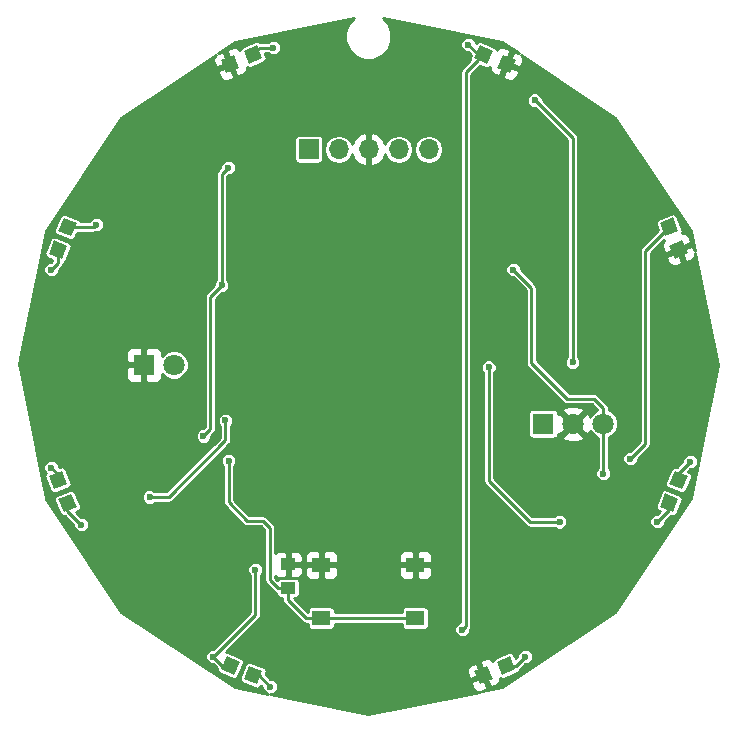
<source format=gtl>
G04 #@! TF.FileFunction,Copper,L1,Top,Signal*
%FSLAX46Y46*%
G04 Gerber Fmt 4.6, Leading zero omitted, Abs format (unit mm)*
G04 Created by KiCad (PCBNEW 4.0.7) date Thursday, May 03, 2018 'AMt' 10:03:59 AM*
%MOMM*%
%LPD*%
G01*
G04 APERTURE LIST*
%ADD10C,0.100000*%
%ADD11R,1.250000X1.000000*%
%ADD12R,1.800000X1.800000*%
%ADD13C,1.800000*%
%ADD14R,1.700000X1.700000*%
%ADD15O,1.700000X1.700000*%
%ADD16R,1.550000X1.300000*%
%ADD17C,0.600000*%
%ADD18C,0.250000*%
%ADD19C,0.254000*%
G04 APERTURE END LIST*
D10*
D11*
X93210000Y-118900000D03*
X93210000Y-116900000D03*
D10*
G36*
X87537626Y-125792972D02*
X87996417Y-124685351D01*
X89104038Y-125144142D01*
X88645247Y-126251763D01*
X87537626Y-125792972D01*
X87537626Y-125792972D01*
G37*
G36*
X89475962Y-126595858D02*
X89934753Y-125488237D01*
X91042374Y-125947028D01*
X90583583Y-127054649D01*
X89475962Y-126595858D01*
X89475962Y-126595858D01*
G37*
G36*
X74207028Y-87537626D02*
X75314649Y-87996417D01*
X74855858Y-89104038D01*
X73748237Y-88645247D01*
X74207028Y-87537626D01*
X74207028Y-87537626D01*
G37*
G36*
X73404142Y-89475962D02*
X74511763Y-89934753D01*
X74052972Y-91042374D01*
X72945351Y-90583583D01*
X73404142Y-89475962D01*
X73404142Y-89475962D01*
G37*
G36*
X108967626Y-74052972D02*
X109426417Y-72945351D01*
X110534038Y-73404142D01*
X110075247Y-74511763D01*
X108967626Y-74052972D01*
X108967626Y-74052972D01*
G37*
G36*
X110905962Y-74855858D02*
X111364753Y-73748237D01*
X112472374Y-74207028D01*
X112013583Y-75314649D01*
X110905962Y-74855858D01*
X110905962Y-74855858D01*
G37*
G36*
X90573583Y-72945351D02*
X91032374Y-74052972D01*
X89924753Y-74511763D01*
X89465962Y-73404142D01*
X90573583Y-72945351D01*
X90573583Y-72945351D01*
G37*
G36*
X88635247Y-73748237D02*
X89094038Y-74855858D01*
X87986417Y-75314649D01*
X87527626Y-74207028D01*
X88635247Y-73748237D01*
X88635247Y-73748237D01*
G37*
G36*
X72945351Y-109426417D02*
X74052972Y-108967626D01*
X74511763Y-110075247D01*
X73404142Y-110534038D01*
X72945351Y-109426417D01*
X72945351Y-109426417D01*
G37*
G36*
X73748237Y-111364753D02*
X74855858Y-110905962D01*
X75314649Y-112013583D01*
X74207028Y-112472374D01*
X73748237Y-111364753D01*
X73748237Y-111364753D01*
G37*
G36*
X125947028Y-108957626D02*
X127054649Y-109416417D01*
X126595858Y-110524038D01*
X125488237Y-110065247D01*
X125947028Y-108957626D01*
X125947028Y-108957626D01*
G37*
G36*
X125144142Y-110895962D02*
X126251763Y-111354753D01*
X125792972Y-112462374D01*
X124685351Y-112003583D01*
X125144142Y-110895962D01*
X125144142Y-110895962D01*
G37*
G36*
X124685351Y-87986417D02*
X125792972Y-87527626D01*
X126251763Y-88635247D01*
X125144142Y-89094038D01*
X124685351Y-87986417D01*
X124685351Y-87986417D01*
G37*
G36*
X125488237Y-89924753D02*
X126595858Y-89465962D01*
X127054649Y-90573583D01*
X125947028Y-91032374D01*
X125488237Y-89924753D01*
X125488237Y-89924753D01*
G37*
G36*
X112003583Y-124685351D02*
X112462374Y-125792972D01*
X111354753Y-126251763D01*
X110895962Y-125144142D01*
X112003583Y-124685351D01*
X112003583Y-124685351D01*
G37*
G36*
X110065247Y-125488237D02*
X110524038Y-126595858D01*
X109416417Y-127054649D01*
X108957626Y-125947028D01*
X110065247Y-125488237D01*
X110065247Y-125488237D01*
G37*
D12*
X81000000Y-100000000D03*
D13*
X83540000Y-100000000D03*
D14*
X94940000Y-81750000D03*
D15*
X97480000Y-81750000D03*
X100020000Y-81750000D03*
X102560000Y-81750000D03*
X105100000Y-81750000D03*
D16*
X96025000Y-121450000D03*
X96025000Y-116950000D03*
X103975000Y-116950000D03*
X103975000Y-121450000D03*
D12*
X114800000Y-105000000D03*
D13*
X117340000Y-105000000D03*
X119880000Y-105000000D03*
D17*
X100076000Y-78994000D03*
X90424000Y-84582000D03*
X90424000Y-90932000D03*
X76962000Y-88138000D03*
X112268000Y-91948000D03*
X90424000Y-117348000D03*
X86868000Y-124714000D03*
X73152000Y-108712000D03*
X119888000Y-109220000D03*
X127254000Y-108204000D03*
X88138000Y-83312000D03*
X88170000Y-108120000D03*
X86030000Y-106030000D03*
X87580000Y-93280000D03*
X108458000Y-72898000D03*
X107950000Y-122428000D03*
X91694000Y-127254000D03*
X73152000Y-91948000D03*
X91948000Y-73152000D03*
X122174000Y-107950000D03*
X75692000Y-113538000D03*
X113284000Y-124714000D03*
X124460000Y-113284000D03*
X114100000Y-77600000D03*
X117300000Y-99800000D03*
X81500000Y-111200000D03*
X87900000Y-104700000D03*
X116200000Y-113300000D03*
X110200000Y-100200000D03*
D18*
X100020000Y-81750000D02*
X100020000Y-79050000D01*
X100020000Y-79050000D02*
X100076000Y-78994000D01*
X90424000Y-90932000D02*
X90424000Y-84582000D01*
X74531443Y-88320832D02*
X76779168Y-88320832D01*
X76779168Y-88320832D02*
X76962000Y-88138000D01*
X112268000Y-91948000D02*
X113792000Y-93472000D01*
X113792000Y-93472000D02*
X113792000Y-99822000D01*
X113792000Y-99822000D02*
X116840000Y-102870000D01*
X116840000Y-102870000D02*
X119126000Y-102870000D01*
X119126000Y-102870000D02*
X119880000Y-103624000D01*
X119880000Y-103624000D02*
X119880000Y-105000000D01*
X87884000Y-123698000D02*
X90424000Y-121158000D01*
X90424000Y-121158000D02*
X90424000Y-117348000D01*
X86868000Y-124714000D02*
X87884000Y-123698000D01*
X88320832Y-125468557D02*
X87622557Y-125468557D01*
X87622557Y-125468557D02*
X86868000Y-124714000D01*
X73728557Y-109750832D02*
X73728557Y-109288557D01*
X73728557Y-109288557D02*
X73152000Y-108712000D01*
X119888000Y-109220000D02*
X119888000Y-105008000D01*
X119888000Y-105008000D02*
X119880000Y-105000000D01*
X126271443Y-109740832D02*
X126271443Y-109186557D01*
X126271443Y-109186557D02*
X127254000Y-108204000D01*
X93210000Y-118900000D02*
X92335000Y-118900000D01*
X91660000Y-113780000D02*
X91090000Y-113210000D01*
X92335000Y-118900000D02*
X91660000Y-118225000D01*
X91660000Y-118225000D02*
X91660000Y-113780000D01*
X91090000Y-113210000D02*
X89740000Y-113210000D01*
X89740000Y-113210000D02*
X88170000Y-111640000D01*
X88170000Y-111640000D02*
X88170000Y-108120000D01*
X96025000Y-121450000D02*
X94710000Y-121450000D01*
X94710000Y-121450000D02*
X93210000Y-119950000D01*
X93210000Y-119950000D02*
X93210000Y-118900000D01*
X96025000Y-121450000D02*
X103975000Y-121450000D01*
X87580000Y-93280000D02*
X87580000Y-83870000D01*
X87580000Y-83870000D02*
X88138000Y-83312000D01*
X86620000Y-94240000D02*
X86620000Y-105440000D01*
X86620000Y-105440000D02*
X86030000Y-106030000D01*
X87580000Y-93280000D02*
X86620000Y-94240000D01*
X109750832Y-73728557D02*
X109288557Y-73728557D01*
X109288557Y-73728557D02*
X108458000Y-72898000D01*
X107950000Y-122428000D02*
X108249999Y-122128001D01*
X108249999Y-75229390D02*
X109221331Y-74258058D01*
X108249999Y-122128001D02*
X108249999Y-75229390D01*
X109221331Y-74258058D02*
X109750832Y-73728557D01*
X90259168Y-126271443D02*
X90711443Y-126271443D01*
X90711443Y-126271443D02*
X91694000Y-127254000D01*
X73728557Y-90259168D02*
X73728557Y-91371443D01*
X73728557Y-91371443D02*
X73152000Y-91948000D01*
X91948000Y-73152000D02*
X90825725Y-73152000D01*
X90825725Y-73152000D02*
X90249168Y-73728557D01*
X125468557Y-88310832D02*
X123444000Y-90335389D01*
X123444000Y-90335389D02*
X123444000Y-106680000D01*
X123444000Y-106680000D02*
X122174000Y-107950000D01*
X74531443Y-111689168D02*
X74531443Y-112377443D01*
X74531443Y-112377443D02*
X75692000Y-113538000D01*
X113284000Y-124714000D02*
X112529443Y-125468557D01*
X112529443Y-125468557D02*
X111679168Y-125468557D01*
X125468557Y-111679168D02*
X125468557Y-112275443D01*
X125468557Y-112275443D02*
X124460000Y-113284000D01*
X125222000Y-111925725D02*
X125468557Y-111679168D01*
X117300000Y-80800000D02*
X114100000Y-77600000D01*
X117300000Y-99375736D02*
X117300000Y-80800000D01*
X117300000Y-99800000D02*
X117300000Y-99375736D01*
X87900000Y-106400000D02*
X83100000Y-111200000D01*
X83100000Y-111200000D02*
X81500000Y-111200000D01*
X87900000Y-105124264D02*
X87900000Y-106400000D01*
X87900000Y-104700000D02*
X87900000Y-105124264D01*
X110200000Y-109800000D02*
X113700000Y-113300000D01*
X113700000Y-113300000D02*
X116200000Y-113300000D01*
X110200000Y-100200000D02*
X110200000Y-109800000D01*
D19*
G36*
X98343598Y-71091135D02*
X98045340Y-71809420D01*
X98044661Y-72587168D01*
X98341665Y-73305972D01*
X98891135Y-73856402D01*
X99609420Y-74154660D01*
X100387168Y-74155339D01*
X101105972Y-73858335D01*
X101656402Y-73308865D01*
X101954660Y-72590580D01*
X101955339Y-71812832D01*
X101658335Y-71094028D01*
X101242104Y-70677070D01*
X111315949Y-72680882D01*
X112732760Y-73627565D01*
X112425566Y-73500321D01*
X112218149Y-73586236D01*
X111855101Y-74462711D01*
X112731577Y-74825759D01*
X112938994Y-74739844D01*
X113010701Y-74566727D01*
X113107374Y-74333337D01*
X113107374Y-74080719D01*
X113010701Y-73847330D01*
X112908082Y-73744711D01*
X120909148Y-79090852D01*
X127319118Y-88684051D01*
X127651548Y-90355288D01*
X127521269Y-90040767D01*
X127313852Y-89954852D01*
X126437376Y-90317900D01*
X126800424Y-91194375D01*
X127007841Y-91280290D01*
X127180959Y-91208582D01*
X127414348Y-91111909D01*
X127592976Y-90933281D01*
X127689649Y-90699891D01*
X127689649Y-90546836D01*
X129570000Y-100000000D01*
X127319118Y-111315949D01*
X120909148Y-120909148D01*
X111315949Y-127319118D01*
X109625473Y-127655375D01*
X109949233Y-127521269D01*
X110035148Y-127313852D01*
X109672100Y-126437376D01*
X108795625Y-126800424D01*
X108709710Y-127007841D01*
X108781418Y-127180959D01*
X108878091Y-127414348D01*
X109056719Y-127592976D01*
X109290109Y-127689649D01*
X109453164Y-127689649D01*
X100000000Y-129570000D01*
X91649393Y-127908961D01*
X91823716Y-127909113D01*
X92064543Y-127809606D01*
X92248958Y-127625512D01*
X92348886Y-127384859D01*
X92349113Y-127124284D01*
X92249606Y-126883457D01*
X92065512Y-126699042D01*
X91824859Y-126599114D01*
X91717843Y-126599021D01*
X91326278Y-126207456D01*
X91376776Y-126085542D01*
X91404250Y-125954528D01*
X91380028Y-125820719D01*
X108322626Y-125820719D01*
X108322626Y-126073337D01*
X108419299Y-126306727D01*
X108491006Y-126479844D01*
X108698423Y-126565759D01*
X109574899Y-126202711D01*
X109211851Y-125326236D01*
X109004434Y-125240321D01*
X108597928Y-125408701D01*
X108419299Y-125587330D01*
X108322626Y-125820719D01*
X91380028Y-125820719D01*
X91378657Y-125813147D01*
X91300076Y-125692862D01*
X91180888Y-125612626D01*
X90254814Y-125229034D01*
X109446516Y-125229034D01*
X109809564Y-126105510D01*
X109828042Y-126097856D01*
X109925243Y-126332521D01*
X109906765Y-126340175D01*
X110269813Y-127216650D01*
X110477230Y-127302565D01*
X110883736Y-127134185D01*
X111062365Y-126955556D01*
X111159038Y-126722167D01*
X111159038Y-126547747D01*
X111211633Y-126584219D01*
X111352253Y-126613708D01*
X111493267Y-126586165D01*
X112600888Y-126127374D01*
X112712956Y-126054161D01*
X112794830Y-125936092D01*
X112814014Y-125844611D01*
X112868854Y-125807968D01*
X113307801Y-125369021D01*
X113413716Y-125369113D01*
X113654543Y-125269606D01*
X113838958Y-125085512D01*
X113938886Y-124844859D01*
X113939113Y-124584284D01*
X113839606Y-124343457D01*
X113655512Y-124159042D01*
X113414859Y-124059114D01*
X113154284Y-124058887D01*
X112913457Y-124158394D01*
X112729042Y-124342488D01*
X112629114Y-124583141D01*
X112629021Y-124690157D01*
X112465205Y-124853973D01*
X112337985Y-124546837D01*
X112264772Y-124434769D01*
X112146703Y-124352895D01*
X112006083Y-124323406D01*
X111865069Y-124350949D01*
X110757448Y-124809740D01*
X110645380Y-124882953D01*
X110563506Y-125001022D01*
X110548346Y-125073311D01*
X110424945Y-124949910D01*
X110191555Y-124853237D01*
X109938937Y-124853237D01*
X109532431Y-125021617D01*
X109446516Y-125229034D01*
X90254814Y-125229034D01*
X90073267Y-125153835D01*
X89942253Y-125126361D01*
X89800872Y-125151954D01*
X89680587Y-125230535D01*
X89600351Y-125349723D01*
X89141560Y-126457344D01*
X89114086Y-126588358D01*
X89139679Y-126729739D01*
X89218260Y-126850024D01*
X89337448Y-126930260D01*
X90445069Y-127389051D01*
X90576083Y-127416525D01*
X90717464Y-127390932D01*
X90837749Y-127312351D01*
X90917985Y-127193163D01*
X90928633Y-127167456D01*
X91038979Y-127277802D01*
X91038887Y-127383716D01*
X91138394Y-127624543D01*
X91322488Y-127808958D01*
X91484179Y-127876098D01*
X88684051Y-127319118D01*
X84979350Y-124843716D01*
X86212887Y-124843716D01*
X86312394Y-125084543D01*
X86496488Y-125268958D01*
X86737141Y-125368886D01*
X86844157Y-125368979D01*
X87190467Y-125715289D01*
X87175750Y-125785472D01*
X87201343Y-125926853D01*
X87279924Y-126047138D01*
X87399112Y-126127374D01*
X88506733Y-126586165D01*
X88637747Y-126613639D01*
X88779128Y-126588046D01*
X88899413Y-126509465D01*
X88979649Y-126390277D01*
X89438440Y-125282656D01*
X89465914Y-125151642D01*
X89440321Y-125010261D01*
X89361740Y-124889976D01*
X89242552Y-124809740D01*
X88134931Y-124350949D01*
X88003917Y-124323475D01*
X87922633Y-124338189D01*
X88223411Y-124037411D01*
X89703106Y-122557716D01*
X107294887Y-122557716D01*
X107394394Y-122798543D01*
X107578488Y-122982958D01*
X107819141Y-123082886D01*
X108079716Y-123083113D01*
X108320543Y-122983606D01*
X108504958Y-122799512D01*
X108604886Y-122558859D01*
X108604986Y-122444101D01*
X108693461Y-122311689D01*
X108729999Y-122128001D01*
X108729999Y-100329716D01*
X109544887Y-100329716D01*
X109644394Y-100570543D01*
X109720000Y-100646281D01*
X109720000Y-109800000D01*
X109756538Y-109983688D01*
X109860589Y-110139411D01*
X113360588Y-113639411D01*
X113483725Y-113721688D01*
X113516312Y-113743462D01*
X113700000Y-113780000D01*
X115753660Y-113780000D01*
X115828488Y-113854958D01*
X116069141Y-113954886D01*
X116329716Y-113955113D01*
X116570543Y-113855606D01*
X116754958Y-113671512D01*
X116854886Y-113430859D01*
X116854900Y-113413716D01*
X123804887Y-113413716D01*
X123904394Y-113654543D01*
X124088488Y-113838958D01*
X124329141Y-113938886D01*
X124589716Y-113939113D01*
X124830543Y-113839606D01*
X125014958Y-113655512D01*
X125114886Y-113414859D01*
X125114979Y-113307843D01*
X125634368Y-112788454D01*
X125654458Y-112796776D01*
X125785472Y-112824250D01*
X125926853Y-112798657D01*
X126047138Y-112720076D01*
X126127374Y-112600888D01*
X126586165Y-111493267D01*
X126613639Y-111362253D01*
X126588046Y-111220872D01*
X126509465Y-111100587D01*
X126390277Y-111020351D01*
X125282656Y-110561560D01*
X125151642Y-110534086D01*
X125010261Y-110559679D01*
X124889976Y-110638260D01*
X124809740Y-110757448D01*
X124350949Y-111865069D01*
X124323475Y-111996083D01*
X124349068Y-112137464D01*
X124427649Y-112257749D01*
X124546837Y-112337985D01*
X124674368Y-112390810D01*
X124436199Y-112628979D01*
X124330284Y-112628887D01*
X124089457Y-112728394D01*
X123905042Y-112912488D01*
X123805114Y-113153141D01*
X123804887Y-113413716D01*
X116854900Y-113413716D01*
X116855113Y-113170284D01*
X116755606Y-112929457D01*
X116571512Y-112745042D01*
X116330859Y-112645114D01*
X116070284Y-112644887D01*
X115829457Y-112744394D01*
X115753719Y-112820000D01*
X113898823Y-112820000D01*
X111136570Y-110057747D01*
X125126361Y-110057747D01*
X125151954Y-110199128D01*
X125230535Y-110319413D01*
X125349723Y-110399649D01*
X126457344Y-110858440D01*
X126588358Y-110885914D01*
X126729739Y-110860321D01*
X126850024Y-110781740D01*
X126930260Y-110662552D01*
X127389051Y-109554931D01*
X127416525Y-109423917D01*
X127390932Y-109282536D01*
X127312351Y-109162251D01*
X127193163Y-109082015D01*
X127095331Y-109041492D01*
X127277802Y-108859021D01*
X127383716Y-108859113D01*
X127624543Y-108759606D01*
X127808958Y-108575512D01*
X127908886Y-108334859D01*
X127909113Y-108074284D01*
X127809606Y-107833457D01*
X127625512Y-107649042D01*
X127384859Y-107549114D01*
X127124284Y-107548887D01*
X126883457Y-107648394D01*
X126699042Y-107832488D01*
X126599114Y-108073141D01*
X126599021Y-108180157D01*
X126135331Y-108643847D01*
X126085542Y-108623224D01*
X125954528Y-108595750D01*
X125813147Y-108621343D01*
X125692862Y-108699924D01*
X125612626Y-108819112D01*
X125153835Y-109926733D01*
X125126361Y-110057747D01*
X111136570Y-110057747D01*
X110680000Y-109601178D01*
X110680000Y-104100000D01*
X113538046Y-104100000D01*
X113538046Y-105900000D01*
X113562800Y-106031555D01*
X113640549Y-106152380D01*
X113759180Y-106233437D01*
X113900000Y-106261954D01*
X115700000Y-106261954D01*
X115831555Y-106237200D01*
X115952380Y-106159451D01*
X116006557Y-106080159D01*
X116439446Y-106080159D01*
X116525852Y-106336643D01*
X117099336Y-106546458D01*
X117709460Y-106520839D01*
X118154148Y-106336643D01*
X118240554Y-106080159D01*
X117340000Y-105179605D01*
X116439446Y-106080159D01*
X116006557Y-106080159D01*
X116033437Y-106040820D01*
X116061954Y-105900000D01*
X116061954Y-105833889D01*
X116259841Y-105900554D01*
X117160395Y-105000000D01*
X116259841Y-104099446D01*
X116061954Y-104166111D01*
X116061954Y-104100000D01*
X116037200Y-103968445D01*
X116005925Y-103919841D01*
X116439446Y-103919841D01*
X117340000Y-104820395D01*
X118240554Y-103919841D01*
X118154148Y-103663357D01*
X117580664Y-103453542D01*
X116970540Y-103479161D01*
X116525852Y-103663357D01*
X116439446Y-103919841D01*
X116005925Y-103919841D01*
X115959451Y-103847620D01*
X115840820Y-103766563D01*
X115700000Y-103738046D01*
X113900000Y-103738046D01*
X113768445Y-103762800D01*
X113647620Y-103840549D01*
X113566563Y-103959180D01*
X113538046Y-104100000D01*
X110680000Y-104100000D01*
X110680000Y-100646340D01*
X110754958Y-100571512D01*
X110854886Y-100330859D01*
X110855113Y-100070284D01*
X110755606Y-99829457D01*
X110571512Y-99645042D01*
X110330859Y-99545114D01*
X110070284Y-99544887D01*
X109829457Y-99644394D01*
X109645042Y-99828488D01*
X109545114Y-100069141D01*
X109544887Y-100329716D01*
X108729999Y-100329716D01*
X108729999Y-92077716D01*
X111612887Y-92077716D01*
X111712394Y-92318543D01*
X111896488Y-92502958D01*
X112137141Y-92602886D01*
X112244157Y-92602979D01*
X113312000Y-93670823D01*
X113312000Y-99822000D01*
X113348538Y-100005688D01*
X113452589Y-100161411D01*
X116500589Y-103209411D01*
X116656312Y-103313462D01*
X116840000Y-103350000D01*
X118927178Y-103350000D01*
X119400000Y-103822822D01*
X119400000Y-103840420D01*
X119170028Y-103935442D01*
X118816683Y-104288171D01*
X118767794Y-104405909D01*
X118676643Y-104185852D01*
X118420159Y-104099446D01*
X117519605Y-105000000D01*
X118420159Y-105900554D01*
X118676643Y-105814148D01*
X118762041Y-105580731D01*
X118815442Y-105709972D01*
X119168171Y-106063317D01*
X119408000Y-106162903D01*
X119408000Y-108773660D01*
X119333042Y-108848488D01*
X119233114Y-109089141D01*
X119232887Y-109349716D01*
X119332394Y-109590543D01*
X119516488Y-109774958D01*
X119757141Y-109874886D01*
X120017716Y-109875113D01*
X120258543Y-109775606D01*
X120442958Y-109591512D01*
X120542886Y-109350859D01*
X120543113Y-109090284D01*
X120443606Y-108849457D01*
X120368000Y-108773719D01*
X120368000Y-108079716D01*
X121518887Y-108079716D01*
X121618394Y-108320543D01*
X121802488Y-108504958D01*
X122043141Y-108604886D01*
X122303716Y-108605113D01*
X122544543Y-108505606D01*
X122728958Y-108321512D01*
X122828886Y-108080859D01*
X122828979Y-107973843D01*
X123783411Y-107019411D01*
X123887462Y-106863688D01*
X123912182Y-106739411D01*
X123924000Y-106680000D01*
X123924000Y-90985566D01*
X125240321Y-90985566D01*
X125408701Y-91392072D01*
X125587330Y-91570701D01*
X125820719Y-91667374D01*
X126073337Y-91667374D01*
X126306727Y-91570701D01*
X126479844Y-91498994D01*
X126565759Y-91291577D01*
X126202711Y-90415101D01*
X125326236Y-90778149D01*
X125240321Y-90985566D01*
X123924000Y-90985566D01*
X123924000Y-90534211D01*
X125026396Y-89431815D01*
X125073311Y-89441654D01*
X124949910Y-89565055D01*
X124853237Y-89798445D01*
X124853237Y-90051063D01*
X125021617Y-90457569D01*
X125229034Y-90543484D01*
X126105510Y-90180436D01*
X126097856Y-90161958D01*
X126332521Y-90064757D01*
X126340175Y-90083235D01*
X127216650Y-89720187D01*
X127302565Y-89512770D01*
X127134185Y-89106264D01*
X126955556Y-88927635D01*
X126722167Y-88830962D01*
X126547747Y-88830962D01*
X126584219Y-88778367D01*
X126613708Y-88637747D01*
X126586165Y-88496733D01*
X126127374Y-87389112D01*
X126054161Y-87277044D01*
X125936092Y-87195170D01*
X125795472Y-87165681D01*
X125654458Y-87193224D01*
X124546837Y-87652015D01*
X124434769Y-87725228D01*
X124352895Y-87843297D01*
X124323406Y-87983917D01*
X124350949Y-88124931D01*
X124533915Y-88566652D01*
X123104589Y-89995978D01*
X123000538Y-90151701D01*
X122964000Y-90335389D01*
X122964000Y-106481178D01*
X122150199Y-107294979D01*
X122044284Y-107294887D01*
X121803457Y-107394394D01*
X121619042Y-107578488D01*
X121519114Y-107819141D01*
X121518887Y-108079716D01*
X120368000Y-108079716D01*
X120368000Y-106156275D01*
X120589972Y-106064558D01*
X120943317Y-105711829D01*
X121134782Y-105250730D01*
X121135217Y-104751460D01*
X120944558Y-104290028D01*
X120591829Y-103936683D01*
X120360000Y-103840419D01*
X120360000Y-103624000D01*
X120323462Y-103440312D01*
X120219411Y-103284589D01*
X119465411Y-102530589D01*
X119309688Y-102426538D01*
X119126000Y-102390000D01*
X117038822Y-102390000D01*
X114272000Y-99623178D01*
X114272000Y-93472000D01*
X114235462Y-93288312D01*
X114229908Y-93280000D01*
X114131411Y-93132588D01*
X112923021Y-91924199D01*
X112923113Y-91818284D01*
X112823606Y-91577457D01*
X112639512Y-91393042D01*
X112398859Y-91293114D01*
X112138284Y-91292887D01*
X111897457Y-91392394D01*
X111713042Y-91576488D01*
X111613114Y-91817141D01*
X111612887Y-92077716D01*
X108729999Y-92077716D01*
X108729999Y-77729716D01*
X113444887Y-77729716D01*
X113544394Y-77970543D01*
X113728488Y-78154958D01*
X113969141Y-78254886D01*
X114076157Y-78254979D01*
X116820000Y-80998823D01*
X116820000Y-99353660D01*
X116745042Y-99428488D01*
X116645114Y-99669141D01*
X116644887Y-99929716D01*
X116744394Y-100170543D01*
X116928488Y-100354958D01*
X117169141Y-100454886D01*
X117429716Y-100455113D01*
X117670543Y-100355606D01*
X117854958Y-100171512D01*
X117954886Y-99930859D01*
X117955113Y-99670284D01*
X117855606Y-99429457D01*
X117780000Y-99353719D01*
X117780000Y-80800000D01*
X117743462Y-80616312D01*
X117710221Y-80566563D01*
X117639411Y-80460588D01*
X114755021Y-77576199D01*
X114755113Y-77470284D01*
X114655606Y-77229457D01*
X114471512Y-77045042D01*
X114230859Y-76945114D01*
X113970284Y-76944887D01*
X113729457Y-77044394D01*
X113545042Y-77228488D01*
X113445114Y-77469141D01*
X113444887Y-77729716D01*
X108729999Y-77729716D01*
X108729999Y-75573852D01*
X111394852Y-75573852D01*
X111480767Y-75781269D01*
X111887273Y-75949649D01*
X112139891Y-75949649D01*
X112373281Y-75852976D01*
X112551909Y-75674348D01*
X112648582Y-75440959D01*
X112720290Y-75267841D01*
X112634375Y-75060424D01*
X111757900Y-74697376D01*
X111394852Y-75573852D01*
X108729999Y-75573852D01*
X108729999Y-75428212D01*
X109495012Y-74663199D01*
X109936733Y-74846165D01*
X110067747Y-74873639D01*
X110209128Y-74848046D01*
X110270962Y-74807650D01*
X110270962Y-74982167D01*
X110367635Y-75215556D01*
X110546264Y-75394185D01*
X110952770Y-75562565D01*
X111160187Y-75476650D01*
X111523235Y-74600175D01*
X111504757Y-74592521D01*
X111601958Y-74357856D01*
X111620436Y-74365510D01*
X111983484Y-73489034D01*
X111897569Y-73281617D01*
X111491063Y-73113237D01*
X111238445Y-73113237D01*
X111005055Y-73209910D01*
X110881722Y-73333243D01*
X110870321Y-73270261D01*
X110791740Y-73149976D01*
X110672552Y-73069740D01*
X109564931Y-72610949D01*
X109433917Y-72583475D01*
X109292536Y-72609068D01*
X109172251Y-72687649D01*
X109113107Y-72775506D01*
X109113113Y-72768284D01*
X109013606Y-72527457D01*
X108829512Y-72343042D01*
X108588859Y-72243114D01*
X108328284Y-72242887D01*
X108087457Y-72342394D01*
X107903042Y-72526488D01*
X107803114Y-72767141D01*
X107802887Y-73027716D01*
X107902394Y-73268543D01*
X108086488Y-73452958D01*
X108327141Y-73552886D01*
X108434157Y-73552979D01*
X108680793Y-73799615D01*
X108633224Y-73914458D01*
X108605750Y-74045472D01*
X108628641Y-74171926D01*
X107910588Y-74889979D01*
X107806537Y-75045702D01*
X107769999Y-75229390D01*
X107769999Y-121793664D01*
X107579457Y-121872394D01*
X107395042Y-122056488D01*
X107295114Y-122297141D01*
X107294887Y-122557716D01*
X89703106Y-122557716D01*
X90763411Y-121497412D01*
X90867462Y-121341688D01*
X90882455Y-121266312D01*
X90904000Y-121158000D01*
X90904000Y-117794340D01*
X90978958Y-117719512D01*
X91078886Y-117478859D01*
X91079113Y-117218284D01*
X90979606Y-116977457D01*
X90795512Y-116793042D01*
X90554859Y-116693114D01*
X90294284Y-116692887D01*
X90053457Y-116792394D01*
X89869042Y-116976488D01*
X89769114Y-117217141D01*
X89768887Y-117477716D01*
X89868394Y-117718543D01*
X89944000Y-117794281D01*
X89944000Y-120959177D01*
X87544589Y-123358589D01*
X86844199Y-124058979D01*
X86738284Y-124058887D01*
X86497457Y-124158394D01*
X86313042Y-124342488D01*
X86213114Y-124583141D01*
X86212887Y-124843716D01*
X84979350Y-124843716D01*
X79090852Y-120909148D01*
X72711822Y-111362253D01*
X73386292Y-111362253D01*
X73413835Y-111503267D01*
X73872626Y-112610888D01*
X73945839Y-112722956D01*
X74063908Y-112804830D01*
X74204528Y-112834319D01*
X74292345Y-112817167D01*
X75036979Y-113561802D01*
X75036887Y-113667716D01*
X75136394Y-113908543D01*
X75320488Y-114092958D01*
X75561141Y-114192886D01*
X75821716Y-114193113D01*
X76062543Y-114093606D01*
X76246958Y-113909512D01*
X76346886Y-113668859D01*
X76347113Y-113408284D01*
X76247606Y-113167457D01*
X76063512Y-112983042D01*
X75822859Y-112883114D01*
X75715844Y-112883021D01*
X75260578Y-112427756D01*
X75453163Y-112347985D01*
X75565231Y-112274772D01*
X75647105Y-112156703D01*
X75676594Y-112016083D01*
X75649051Y-111875069D01*
X75423159Y-111329716D01*
X80844887Y-111329716D01*
X80944394Y-111570543D01*
X81128488Y-111754958D01*
X81369141Y-111854886D01*
X81629716Y-111855113D01*
X81870543Y-111755606D01*
X81946281Y-111680000D01*
X83100000Y-111680000D01*
X83283688Y-111643462D01*
X83439411Y-111539411D01*
X86729106Y-108249716D01*
X87514887Y-108249716D01*
X87614394Y-108490543D01*
X87690000Y-108566281D01*
X87690000Y-111640000D01*
X87726538Y-111823688D01*
X87830589Y-111979411D01*
X89400589Y-113549411D01*
X89556312Y-113653462D01*
X89740000Y-113690000D01*
X90891178Y-113690000D01*
X91180000Y-113978822D01*
X91180000Y-118225000D01*
X91216538Y-118408688D01*
X91320589Y-118564411D01*
X91995589Y-119239411D01*
X92151312Y-119343462D01*
X92223046Y-119357731D01*
X92223046Y-119400000D01*
X92247800Y-119531555D01*
X92325549Y-119652380D01*
X92444180Y-119733437D01*
X92585000Y-119761954D01*
X92730000Y-119761954D01*
X92730000Y-119950000D01*
X92766538Y-120133688D01*
X92870589Y-120289411D01*
X94370589Y-121789411D01*
X94526312Y-121893462D01*
X94710000Y-121930000D01*
X94888046Y-121930000D01*
X94888046Y-122100000D01*
X94912800Y-122231555D01*
X94990549Y-122352380D01*
X95109180Y-122433437D01*
X95250000Y-122461954D01*
X96800000Y-122461954D01*
X96931555Y-122437200D01*
X97052380Y-122359451D01*
X97133437Y-122240820D01*
X97161954Y-122100000D01*
X97161954Y-121930000D01*
X102838046Y-121930000D01*
X102838046Y-122100000D01*
X102862800Y-122231555D01*
X102940549Y-122352380D01*
X103059180Y-122433437D01*
X103200000Y-122461954D01*
X104750000Y-122461954D01*
X104881555Y-122437200D01*
X105002380Y-122359451D01*
X105083437Y-122240820D01*
X105111954Y-122100000D01*
X105111954Y-120800000D01*
X105087200Y-120668445D01*
X105009451Y-120547620D01*
X104890820Y-120466563D01*
X104750000Y-120438046D01*
X103200000Y-120438046D01*
X103068445Y-120462800D01*
X102947620Y-120540549D01*
X102866563Y-120659180D01*
X102838046Y-120800000D01*
X102838046Y-120970000D01*
X97161954Y-120970000D01*
X97161954Y-120800000D01*
X97137200Y-120668445D01*
X97059451Y-120547620D01*
X96940820Y-120466563D01*
X96800000Y-120438046D01*
X95250000Y-120438046D01*
X95118445Y-120462800D01*
X94997620Y-120540549D01*
X94916563Y-120659180D01*
X94888046Y-120800000D01*
X94888046Y-120949224D01*
X93700776Y-119761954D01*
X93835000Y-119761954D01*
X93966555Y-119737200D01*
X94087380Y-119659451D01*
X94168437Y-119540820D01*
X94196954Y-119400000D01*
X94196954Y-118400000D01*
X94172200Y-118268445D01*
X94094451Y-118147620D01*
X93975820Y-118066563D01*
X93835000Y-118038046D01*
X92585000Y-118038046D01*
X92453445Y-118062800D01*
X92332620Y-118140549D01*
X92300857Y-118187035D01*
X92140000Y-118026178D01*
X92140000Y-117853026D01*
X92225301Y-117938327D01*
X92458690Y-118035000D01*
X92924250Y-118035000D01*
X93083000Y-117876250D01*
X93083000Y-117027000D01*
X93337000Y-117027000D01*
X93337000Y-117876250D01*
X93495750Y-118035000D01*
X93961310Y-118035000D01*
X94194699Y-117938327D01*
X94373327Y-117759698D01*
X94470000Y-117526309D01*
X94470000Y-117235750D01*
X94615000Y-117235750D01*
X94615000Y-117726310D01*
X94711673Y-117959699D01*
X94890302Y-118138327D01*
X95123691Y-118235000D01*
X95739250Y-118235000D01*
X95898000Y-118076250D01*
X95898000Y-117077000D01*
X96152000Y-117077000D01*
X96152000Y-118076250D01*
X96310750Y-118235000D01*
X96926309Y-118235000D01*
X97159698Y-118138327D01*
X97338327Y-117959699D01*
X97435000Y-117726310D01*
X97435000Y-117235750D01*
X102565000Y-117235750D01*
X102565000Y-117726310D01*
X102661673Y-117959699D01*
X102840302Y-118138327D01*
X103073691Y-118235000D01*
X103689250Y-118235000D01*
X103848000Y-118076250D01*
X103848000Y-117077000D01*
X104102000Y-117077000D01*
X104102000Y-118076250D01*
X104260750Y-118235000D01*
X104876309Y-118235000D01*
X105109698Y-118138327D01*
X105288327Y-117959699D01*
X105385000Y-117726310D01*
X105385000Y-117235750D01*
X105226250Y-117077000D01*
X104102000Y-117077000D01*
X103848000Y-117077000D01*
X102723750Y-117077000D01*
X102565000Y-117235750D01*
X97435000Y-117235750D01*
X97276250Y-117077000D01*
X96152000Y-117077000D01*
X95898000Y-117077000D01*
X94773750Y-117077000D01*
X94615000Y-117235750D01*
X94470000Y-117235750D01*
X94470000Y-117185750D01*
X94311250Y-117027000D01*
X93337000Y-117027000D01*
X93083000Y-117027000D01*
X93063000Y-117027000D01*
X93063000Y-116773000D01*
X93083000Y-116773000D01*
X93083000Y-115923750D01*
X93337000Y-115923750D01*
X93337000Y-116773000D01*
X94311250Y-116773000D01*
X94470000Y-116614250D01*
X94470000Y-116273691D01*
X94428579Y-116173690D01*
X94615000Y-116173690D01*
X94615000Y-116664250D01*
X94773750Y-116823000D01*
X95898000Y-116823000D01*
X95898000Y-115823750D01*
X96152000Y-115823750D01*
X96152000Y-116823000D01*
X97276250Y-116823000D01*
X97435000Y-116664250D01*
X97435000Y-116173690D01*
X102565000Y-116173690D01*
X102565000Y-116664250D01*
X102723750Y-116823000D01*
X103848000Y-116823000D01*
X103848000Y-115823750D01*
X104102000Y-115823750D01*
X104102000Y-116823000D01*
X105226250Y-116823000D01*
X105385000Y-116664250D01*
X105385000Y-116173690D01*
X105288327Y-115940301D01*
X105109698Y-115761673D01*
X104876309Y-115665000D01*
X104260750Y-115665000D01*
X104102000Y-115823750D01*
X103848000Y-115823750D01*
X103689250Y-115665000D01*
X103073691Y-115665000D01*
X102840302Y-115761673D01*
X102661673Y-115940301D01*
X102565000Y-116173690D01*
X97435000Y-116173690D01*
X97338327Y-115940301D01*
X97159698Y-115761673D01*
X96926309Y-115665000D01*
X96310750Y-115665000D01*
X96152000Y-115823750D01*
X95898000Y-115823750D01*
X95739250Y-115665000D01*
X95123691Y-115665000D01*
X94890302Y-115761673D01*
X94711673Y-115940301D01*
X94615000Y-116173690D01*
X94428579Y-116173690D01*
X94373327Y-116040302D01*
X94194699Y-115861673D01*
X93961310Y-115765000D01*
X93495750Y-115765000D01*
X93337000Y-115923750D01*
X93083000Y-115923750D01*
X92924250Y-115765000D01*
X92458690Y-115765000D01*
X92225301Y-115861673D01*
X92140000Y-115946974D01*
X92140000Y-113780000D01*
X92103462Y-113596312D01*
X91999411Y-113440589D01*
X91429411Y-112870589D01*
X91273688Y-112766538D01*
X91090000Y-112730000D01*
X89938822Y-112730000D01*
X88650000Y-111441178D01*
X88650000Y-108566340D01*
X88724958Y-108491512D01*
X88824886Y-108250859D01*
X88825113Y-107990284D01*
X88725606Y-107749457D01*
X88541512Y-107565042D01*
X88300859Y-107465114D01*
X88040284Y-107464887D01*
X87799457Y-107564394D01*
X87615042Y-107748488D01*
X87515114Y-107989141D01*
X87514887Y-108249716D01*
X86729106Y-108249716D01*
X88239411Y-106739411D01*
X88343462Y-106583688D01*
X88380000Y-106400000D01*
X88380000Y-105146340D01*
X88454958Y-105071512D01*
X88554886Y-104830859D01*
X88555113Y-104570284D01*
X88455606Y-104329457D01*
X88271512Y-104145042D01*
X88030859Y-104045114D01*
X87770284Y-104044887D01*
X87529457Y-104144394D01*
X87345042Y-104328488D01*
X87245114Y-104569141D01*
X87244887Y-104829716D01*
X87344394Y-105070543D01*
X87420000Y-105146281D01*
X87420000Y-106201178D01*
X82901178Y-110720000D01*
X81946340Y-110720000D01*
X81871512Y-110645042D01*
X81630859Y-110545114D01*
X81370284Y-110544887D01*
X81129457Y-110644394D01*
X80945042Y-110828488D01*
X80845114Y-111069141D01*
X80844887Y-111329716D01*
X75423159Y-111329716D01*
X75190260Y-110767448D01*
X75117047Y-110655380D01*
X74998978Y-110573506D01*
X74858358Y-110544017D01*
X74717344Y-110571560D01*
X73609723Y-111030351D01*
X73497655Y-111103564D01*
X73415781Y-111221633D01*
X73386292Y-111362253D01*
X72711822Y-111362253D01*
X72680882Y-111315949D01*
X72188727Y-108841716D01*
X72496887Y-108841716D01*
X72596394Y-109082543D01*
X72688279Y-109174588D01*
X72612895Y-109283297D01*
X72583406Y-109423917D01*
X72610949Y-109564931D01*
X73069740Y-110672552D01*
X73142953Y-110784620D01*
X73261022Y-110866494D01*
X73401642Y-110895983D01*
X73542656Y-110868440D01*
X74650277Y-110409649D01*
X74762345Y-110336436D01*
X74844219Y-110218367D01*
X74873708Y-110077747D01*
X74846165Y-109936733D01*
X74387374Y-108829112D01*
X74314161Y-108717044D01*
X74196092Y-108635170D01*
X74055472Y-108605681D01*
X73914458Y-108633224D01*
X73807030Y-108677722D01*
X73807113Y-108582284D01*
X73707606Y-108341457D01*
X73523512Y-108157042D01*
X73282859Y-108057114D01*
X73022284Y-108056887D01*
X72781457Y-108156394D01*
X72597042Y-108340488D01*
X72497114Y-108581141D01*
X72496887Y-108841716D01*
X72188727Y-108841716D01*
X71655245Y-106159716D01*
X85374887Y-106159716D01*
X85474394Y-106400543D01*
X85658488Y-106584958D01*
X85899141Y-106684886D01*
X86159716Y-106685113D01*
X86400543Y-106585606D01*
X86584958Y-106401512D01*
X86684886Y-106160859D01*
X86684979Y-106053843D01*
X86959411Y-105779411D01*
X87063462Y-105623688D01*
X87100000Y-105440000D01*
X87100000Y-94438822D01*
X87603801Y-93935021D01*
X87709716Y-93935113D01*
X87950543Y-93835606D01*
X88134958Y-93651512D01*
X88234886Y-93410859D01*
X88235113Y-93150284D01*
X88135606Y-92909457D01*
X88060000Y-92833719D01*
X88060000Y-84068822D01*
X88161801Y-83967021D01*
X88267716Y-83967113D01*
X88508543Y-83867606D01*
X88692958Y-83683512D01*
X88792886Y-83442859D01*
X88793113Y-83182284D01*
X88693606Y-82941457D01*
X88509512Y-82757042D01*
X88268859Y-82657114D01*
X88008284Y-82656887D01*
X87767457Y-82756394D01*
X87583042Y-82940488D01*
X87483114Y-83181141D01*
X87483021Y-83288157D01*
X87240589Y-83530589D01*
X87136538Y-83686312D01*
X87100000Y-83870000D01*
X87100000Y-92833660D01*
X87025042Y-92908488D01*
X86925114Y-93149141D01*
X86925021Y-93256157D01*
X86280589Y-93900589D01*
X86176538Y-94056312D01*
X86140000Y-94240000D01*
X86140000Y-105241178D01*
X86006199Y-105374979D01*
X85900284Y-105374887D01*
X85659457Y-105474394D01*
X85475042Y-105658488D01*
X85375114Y-105899141D01*
X85374887Y-106159716D01*
X71655245Y-106159716D01*
X70486840Y-100285750D01*
X79465000Y-100285750D01*
X79465000Y-101026310D01*
X79561673Y-101259699D01*
X79740302Y-101438327D01*
X79973691Y-101535000D01*
X80714250Y-101535000D01*
X80873000Y-101376250D01*
X80873000Y-100127000D01*
X79623750Y-100127000D01*
X79465000Y-100285750D01*
X70486840Y-100285750D01*
X70430000Y-100000000D01*
X70634145Y-98973690D01*
X79465000Y-98973690D01*
X79465000Y-99714250D01*
X79623750Y-99873000D01*
X80873000Y-99873000D01*
X80873000Y-98623750D01*
X81127000Y-98623750D01*
X81127000Y-99873000D01*
X81147000Y-99873000D01*
X81147000Y-100127000D01*
X81127000Y-100127000D01*
X81127000Y-101376250D01*
X81285750Y-101535000D01*
X82026309Y-101535000D01*
X82259698Y-101438327D01*
X82438327Y-101259699D01*
X82535000Y-101026310D01*
X82535000Y-100769634D01*
X82828171Y-101063317D01*
X83289270Y-101254782D01*
X83788540Y-101255217D01*
X84249972Y-101064558D01*
X84603317Y-100711829D01*
X84794782Y-100250730D01*
X84795217Y-99751460D01*
X84604558Y-99290028D01*
X84251829Y-98936683D01*
X83790730Y-98745218D01*
X83291460Y-98744783D01*
X82830028Y-98935442D01*
X82535000Y-99229956D01*
X82535000Y-98973690D01*
X82438327Y-98740301D01*
X82259698Y-98561673D01*
X82026309Y-98465000D01*
X81285750Y-98465000D01*
X81127000Y-98623750D01*
X80873000Y-98623750D01*
X80714250Y-98465000D01*
X79973691Y-98465000D01*
X79740302Y-98561673D01*
X79561673Y-98740301D01*
X79465000Y-98973690D01*
X70634145Y-98973690D01*
X72005840Y-92077716D01*
X72496887Y-92077716D01*
X72596394Y-92318543D01*
X72780488Y-92502958D01*
X73021141Y-92602886D01*
X73281716Y-92603113D01*
X73522543Y-92503606D01*
X73706958Y-92319512D01*
X73806886Y-92078859D01*
X73806979Y-91971843D01*
X74067968Y-91710854D01*
X74172019Y-91555131D01*
X74208557Y-91371443D01*
X74208557Y-91364478D01*
X74307138Y-91300076D01*
X74387374Y-91180888D01*
X74846165Y-90073267D01*
X74873639Y-89942253D01*
X74848046Y-89800872D01*
X74769465Y-89680587D01*
X74650277Y-89600351D01*
X73542656Y-89141560D01*
X73411642Y-89114086D01*
X73270261Y-89139679D01*
X73149976Y-89218260D01*
X73069740Y-89337448D01*
X72610949Y-90445069D01*
X72583475Y-90576083D01*
X72609068Y-90717464D01*
X72687649Y-90837749D01*
X72806837Y-90917985D01*
X73248557Y-91100951D01*
X73248557Y-91172621D01*
X73128199Y-91292979D01*
X73022284Y-91292887D01*
X72781457Y-91392394D01*
X72597042Y-91576488D01*
X72497114Y-91817141D01*
X72496887Y-92077716D01*
X72005840Y-92077716D01*
X72680882Y-88684051D01*
X72711821Y-88637747D01*
X73386361Y-88637747D01*
X73411954Y-88779128D01*
X73490535Y-88899413D01*
X73609723Y-88979649D01*
X74717344Y-89438440D01*
X74848358Y-89465914D01*
X74989739Y-89440321D01*
X75110024Y-89361740D01*
X75190260Y-89242552D01*
X75373226Y-88800832D01*
X76779168Y-88800832D01*
X76827246Y-88791269D01*
X76831141Y-88792886D01*
X77091716Y-88793113D01*
X77332543Y-88693606D01*
X77516958Y-88509512D01*
X77616886Y-88268859D01*
X77617113Y-88008284D01*
X77517606Y-87767457D01*
X77333512Y-87583042D01*
X77092859Y-87483114D01*
X76832284Y-87482887D01*
X76591457Y-87582394D01*
X76407042Y-87766488D01*
X76376172Y-87840832D01*
X75636753Y-87840832D01*
X75572351Y-87742251D01*
X75453163Y-87662015D01*
X74345542Y-87203224D01*
X74214528Y-87175750D01*
X74073147Y-87201343D01*
X73952862Y-87279924D01*
X73872626Y-87399112D01*
X73413835Y-88506733D01*
X73386361Y-88637747D01*
X72711821Y-88637747D01*
X77882018Y-80900000D01*
X93728046Y-80900000D01*
X93728046Y-82600000D01*
X93752800Y-82731555D01*
X93830549Y-82852380D01*
X93949180Y-82933437D01*
X94090000Y-82961954D01*
X95790000Y-82961954D01*
X95921555Y-82937200D01*
X96042380Y-82859451D01*
X96123437Y-82740820D01*
X96151954Y-82600000D01*
X96151954Y-81726393D01*
X96275000Y-81726393D01*
X96275000Y-81773607D01*
X96366725Y-82234741D01*
X96627936Y-82625671D01*
X97018866Y-82886882D01*
X97480000Y-82978607D01*
X97941134Y-82886882D01*
X98332064Y-82625671D01*
X98593275Y-82234741D01*
X98606747Y-82167011D01*
X98824817Y-82631358D01*
X99253076Y-83021645D01*
X99663110Y-83191476D01*
X99893000Y-83070155D01*
X99893000Y-81877000D01*
X99873000Y-81877000D01*
X99873000Y-81623000D01*
X99893000Y-81623000D01*
X99893000Y-80429845D01*
X100147000Y-80429845D01*
X100147000Y-81623000D01*
X100167000Y-81623000D01*
X100167000Y-81877000D01*
X100147000Y-81877000D01*
X100147000Y-83070155D01*
X100376890Y-83191476D01*
X100786924Y-83021645D01*
X101215183Y-82631358D01*
X101433253Y-82167011D01*
X101446725Y-82234741D01*
X101707936Y-82625671D01*
X102098866Y-82886882D01*
X102560000Y-82978607D01*
X103021134Y-82886882D01*
X103412064Y-82625671D01*
X103673275Y-82234741D01*
X103765000Y-81773607D01*
X103765000Y-81726393D01*
X103895000Y-81726393D01*
X103895000Y-81773607D01*
X103986725Y-82234741D01*
X104247936Y-82625671D01*
X104638866Y-82886882D01*
X105100000Y-82978607D01*
X105561134Y-82886882D01*
X105952064Y-82625671D01*
X106213275Y-82234741D01*
X106305000Y-81773607D01*
X106305000Y-81726393D01*
X106213275Y-81265259D01*
X105952064Y-80874329D01*
X105561134Y-80613118D01*
X105100000Y-80521393D01*
X104638866Y-80613118D01*
X104247936Y-80874329D01*
X103986725Y-81265259D01*
X103895000Y-81726393D01*
X103765000Y-81726393D01*
X103673275Y-81265259D01*
X103412064Y-80874329D01*
X103021134Y-80613118D01*
X102560000Y-80521393D01*
X102098866Y-80613118D01*
X101707936Y-80874329D01*
X101446725Y-81265259D01*
X101433253Y-81332989D01*
X101215183Y-80868642D01*
X100786924Y-80478355D01*
X100376890Y-80308524D01*
X100147000Y-80429845D01*
X99893000Y-80429845D01*
X99663110Y-80308524D01*
X99253076Y-80478355D01*
X98824817Y-80868642D01*
X98606747Y-81332989D01*
X98593275Y-81265259D01*
X98332064Y-80874329D01*
X97941134Y-80613118D01*
X97480000Y-80521393D01*
X97018866Y-80613118D01*
X96627936Y-80874329D01*
X96366725Y-81265259D01*
X96275000Y-81726393D01*
X96151954Y-81726393D01*
X96151954Y-80900000D01*
X96127200Y-80768445D01*
X96049451Y-80647620D01*
X95930820Y-80566563D01*
X95790000Y-80538046D01*
X94090000Y-80538046D01*
X93958445Y-80562800D01*
X93837620Y-80640549D01*
X93756563Y-80759180D01*
X93728046Y-80900000D01*
X77882018Y-80900000D01*
X79090852Y-79090852D01*
X84812392Y-75267841D01*
X87279710Y-75267841D01*
X87351418Y-75440959D01*
X87448091Y-75674348D01*
X87626719Y-75852976D01*
X87860109Y-75949649D01*
X88112727Y-75949649D01*
X88519233Y-75781269D01*
X88605148Y-75573852D01*
X88242100Y-74697376D01*
X87365625Y-75060424D01*
X87279710Y-75267841D01*
X84812392Y-75267841D01*
X87091918Y-73744711D01*
X86989299Y-73847330D01*
X86892626Y-74080719D01*
X86892626Y-74333337D01*
X86989299Y-74566727D01*
X87061006Y-74739844D01*
X87268423Y-74825759D01*
X88144899Y-74462711D01*
X87781851Y-73586236D01*
X87574434Y-73500321D01*
X87267240Y-73627565D01*
X87474566Y-73489034D01*
X88016516Y-73489034D01*
X88379564Y-74365510D01*
X88398042Y-74357856D01*
X88495243Y-74592521D01*
X88476765Y-74600175D01*
X88839813Y-75476650D01*
X89047230Y-75562565D01*
X89453736Y-75394185D01*
X89632365Y-75215556D01*
X89729038Y-74982167D01*
X89729038Y-74807747D01*
X89781633Y-74844219D01*
X89922253Y-74873708D01*
X90063267Y-74846165D01*
X91170888Y-74387374D01*
X91282956Y-74314161D01*
X91364830Y-74196092D01*
X91394319Y-74055472D01*
X91366776Y-73914458D01*
X91249778Y-73632000D01*
X91501660Y-73632000D01*
X91576488Y-73706958D01*
X91817141Y-73806886D01*
X92077716Y-73807113D01*
X92318543Y-73707606D01*
X92502958Y-73523512D01*
X92602886Y-73282859D01*
X92603113Y-73022284D01*
X92503606Y-72781457D01*
X92319512Y-72597042D01*
X92078859Y-72497114D01*
X91818284Y-72496887D01*
X91577457Y-72596394D01*
X91501719Y-72672000D01*
X90825725Y-72672000D01*
X90807240Y-72675677D01*
X90716703Y-72612895D01*
X90576083Y-72583406D01*
X90435069Y-72610949D01*
X89327448Y-73069740D01*
X89215380Y-73142953D01*
X89133506Y-73261022D01*
X89118346Y-73333311D01*
X88994945Y-73209910D01*
X88761555Y-73113237D01*
X88508937Y-73113237D01*
X88102431Y-73281617D01*
X88016516Y-73489034D01*
X87474566Y-73489034D01*
X88684051Y-72680882D01*
X98758509Y-70676948D01*
X98343598Y-71091135D01*
X98343598Y-71091135D01*
G37*
X98343598Y-71091135D02*
X98045340Y-71809420D01*
X98044661Y-72587168D01*
X98341665Y-73305972D01*
X98891135Y-73856402D01*
X99609420Y-74154660D01*
X100387168Y-74155339D01*
X101105972Y-73858335D01*
X101656402Y-73308865D01*
X101954660Y-72590580D01*
X101955339Y-71812832D01*
X101658335Y-71094028D01*
X101242104Y-70677070D01*
X111315949Y-72680882D01*
X112732760Y-73627565D01*
X112425566Y-73500321D01*
X112218149Y-73586236D01*
X111855101Y-74462711D01*
X112731577Y-74825759D01*
X112938994Y-74739844D01*
X113010701Y-74566727D01*
X113107374Y-74333337D01*
X113107374Y-74080719D01*
X113010701Y-73847330D01*
X112908082Y-73744711D01*
X120909148Y-79090852D01*
X127319118Y-88684051D01*
X127651548Y-90355288D01*
X127521269Y-90040767D01*
X127313852Y-89954852D01*
X126437376Y-90317900D01*
X126800424Y-91194375D01*
X127007841Y-91280290D01*
X127180959Y-91208582D01*
X127414348Y-91111909D01*
X127592976Y-90933281D01*
X127689649Y-90699891D01*
X127689649Y-90546836D01*
X129570000Y-100000000D01*
X127319118Y-111315949D01*
X120909148Y-120909148D01*
X111315949Y-127319118D01*
X109625473Y-127655375D01*
X109949233Y-127521269D01*
X110035148Y-127313852D01*
X109672100Y-126437376D01*
X108795625Y-126800424D01*
X108709710Y-127007841D01*
X108781418Y-127180959D01*
X108878091Y-127414348D01*
X109056719Y-127592976D01*
X109290109Y-127689649D01*
X109453164Y-127689649D01*
X100000000Y-129570000D01*
X91649393Y-127908961D01*
X91823716Y-127909113D01*
X92064543Y-127809606D01*
X92248958Y-127625512D01*
X92348886Y-127384859D01*
X92349113Y-127124284D01*
X92249606Y-126883457D01*
X92065512Y-126699042D01*
X91824859Y-126599114D01*
X91717843Y-126599021D01*
X91326278Y-126207456D01*
X91376776Y-126085542D01*
X91404250Y-125954528D01*
X91380028Y-125820719D01*
X108322626Y-125820719D01*
X108322626Y-126073337D01*
X108419299Y-126306727D01*
X108491006Y-126479844D01*
X108698423Y-126565759D01*
X109574899Y-126202711D01*
X109211851Y-125326236D01*
X109004434Y-125240321D01*
X108597928Y-125408701D01*
X108419299Y-125587330D01*
X108322626Y-125820719D01*
X91380028Y-125820719D01*
X91378657Y-125813147D01*
X91300076Y-125692862D01*
X91180888Y-125612626D01*
X90254814Y-125229034D01*
X109446516Y-125229034D01*
X109809564Y-126105510D01*
X109828042Y-126097856D01*
X109925243Y-126332521D01*
X109906765Y-126340175D01*
X110269813Y-127216650D01*
X110477230Y-127302565D01*
X110883736Y-127134185D01*
X111062365Y-126955556D01*
X111159038Y-126722167D01*
X111159038Y-126547747D01*
X111211633Y-126584219D01*
X111352253Y-126613708D01*
X111493267Y-126586165D01*
X112600888Y-126127374D01*
X112712956Y-126054161D01*
X112794830Y-125936092D01*
X112814014Y-125844611D01*
X112868854Y-125807968D01*
X113307801Y-125369021D01*
X113413716Y-125369113D01*
X113654543Y-125269606D01*
X113838958Y-125085512D01*
X113938886Y-124844859D01*
X113939113Y-124584284D01*
X113839606Y-124343457D01*
X113655512Y-124159042D01*
X113414859Y-124059114D01*
X113154284Y-124058887D01*
X112913457Y-124158394D01*
X112729042Y-124342488D01*
X112629114Y-124583141D01*
X112629021Y-124690157D01*
X112465205Y-124853973D01*
X112337985Y-124546837D01*
X112264772Y-124434769D01*
X112146703Y-124352895D01*
X112006083Y-124323406D01*
X111865069Y-124350949D01*
X110757448Y-124809740D01*
X110645380Y-124882953D01*
X110563506Y-125001022D01*
X110548346Y-125073311D01*
X110424945Y-124949910D01*
X110191555Y-124853237D01*
X109938937Y-124853237D01*
X109532431Y-125021617D01*
X109446516Y-125229034D01*
X90254814Y-125229034D01*
X90073267Y-125153835D01*
X89942253Y-125126361D01*
X89800872Y-125151954D01*
X89680587Y-125230535D01*
X89600351Y-125349723D01*
X89141560Y-126457344D01*
X89114086Y-126588358D01*
X89139679Y-126729739D01*
X89218260Y-126850024D01*
X89337448Y-126930260D01*
X90445069Y-127389051D01*
X90576083Y-127416525D01*
X90717464Y-127390932D01*
X90837749Y-127312351D01*
X90917985Y-127193163D01*
X90928633Y-127167456D01*
X91038979Y-127277802D01*
X91038887Y-127383716D01*
X91138394Y-127624543D01*
X91322488Y-127808958D01*
X91484179Y-127876098D01*
X88684051Y-127319118D01*
X84979350Y-124843716D01*
X86212887Y-124843716D01*
X86312394Y-125084543D01*
X86496488Y-125268958D01*
X86737141Y-125368886D01*
X86844157Y-125368979D01*
X87190467Y-125715289D01*
X87175750Y-125785472D01*
X87201343Y-125926853D01*
X87279924Y-126047138D01*
X87399112Y-126127374D01*
X88506733Y-126586165D01*
X88637747Y-126613639D01*
X88779128Y-126588046D01*
X88899413Y-126509465D01*
X88979649Y-126390277D01*
X89438440Y-125282656D01*
X89465914Y-125151642D01*
X89440321Y-125010261D01*
X89361740Y-124889976D01*
X89242552Y-124809740D01*
X88134931Y-124350949D01*
X88003917Y-124323475D01*
X87922633Y-124338189D01*
X88223411Y-124037411D01*
X89703106Y-122557716D01*
X107294887Y-122557716D01*
X107394394Y-122798543D01*
X107578488Y-122982958D01*
X107819141Y-123082886D01*
X108079716Y-123083113D01*
X108320543Y-122983606D01*
X108504958Y-122799512D01*
X108604886Y-122558859D01*
X108604986Y-122444101D01*
X108693461Y-122311689D01*
X108729999Y-122128001D01*
X108729999Y-100329716D01*
X109544887Y-100329716D01*
X109644394Y-100570543D01*
X109720000Y-100646281D01*
X109720000Y-109800000D01*
X109756538Y-109983688D01*
X109860589Y-110139411D01*
X113360588Y-113639411D01*
X113483725Y-113721688D01*
X113516312Y-113743462D01*
X113700000Y-113780000D01*
X115753660Y-113780000D01*
X115828488Y-113854958D01*
X116069141Y-113954886D01*
X116329716Y-113955113D01*
X116570543Y-113855606D01*
X116754958Y-113671512D01*
X116854886Y-113430859D01*
X116854900Y-113413716D01*
X123804887Y-113413716D01*
X123904394Y-113654543D01*
X124088488Y-113838958D01*
X124329141Y-113938886D01*
X124589716Y-113939113D01*
X124830543Y-113839606D01*
X125014958Y-113655512D01*
X125114886Y-113414859D01*
X125114979Y-113307843D01*
X125634368Y-112788454D01*
X125654458Y-112796776D01*
X125785472Y-112824250D01*
X125926853Y-112798657D01*
X126047138Y-112720076D01*
X126127374Y-112600888D01*
X126586165Y-111493267D01*
X126613639Y-111362253D01*
X126588046Y-111220872D01*
X126509465Y-111100587D01*
X126390277Y-111020351D01*
X125282656Y-110561560D01*
X125151642Y-110534086D01*
X125010261Y-110559679D01*
X124889976Y-110638260D01*
X124809740Y-110757448D01*
X124350949Y-111865069D01*
X124323475Y-111996083D01*
X124349068Y-112137464D01*
X124427649Y-112257749D01*
X124546837Y-112337985D01*
X124674368Y-112390810D01*
X124436199Y-112628979D01*
X124330284Y-112628887D01*
X124089457Y-112728394D01*
X123905042Y-112912488D01*
X123805114Y-113153141D01*
X123804887Y-113413716D01*
X116854900Y-113413716D01*
X116855113Y-113170284D01*
X116755606Y-112929457D01*
X116571512Y-112745042D01*
X116330859Y-112645114D01*
X116070284Y-112644887D01*
X115829457Y-112744394D01*
X115753719Y-112820000D01*
X113898823Y-112820000D01*
X111136570Y-110057747D01*
X125126361Y-110057747D01*
X125151954Y-110199128D01*
X125230535Y-110319413D01*
X125349723Y-110399649D01*
X126457344Y-110858440D01*
X126588358Y-110885914D01*
X126729739Y-110860321D01*
X126850024Y-110781740D01*
X126930260Y-110662552D01*
X127389051Y-109554931D01*
X127416525Y-109423917D01*
X127390932Y-109282536D01*
X127312351Y-109162251D01*
X127193163Y-109082015D01*
X127095331Y-109041492D01*
X127277802Y-108859021D01*
X127383716Y-108859113D01*
X127624543Y-108759606D01*
X127808958Y-108575512D01*
X127908886Y-108334859D01*
X127909113Y-108074284D01*
X127809606Y-107833457D01*
X127625512Y-107649042D01*
X127384859Y-107549114D01*
X127124284Y-107548887D01*
X126883457Y-107648394D01*
X126699042Y-107832488D01*
X126599114Y-108073141D01*
X126599021Y-108180157D01*
X126135331Y-108643847D01*
X126085542Y-108623224D01*
X125954528Y-108595750D01*
X125813147Y-108621343D01*
X125692862Y-108699924D01*
X125612626Y-108819112D01*
X125153835Y-109926733D01*
X125126361Y-110057747D01*
X111136570Y-110057747D01*
X110680000Y-109601178D01*
X110680000Y-104100000D01*
X113538046Y-104100000D01*
X113538046Y-105900000D01*
X113562800Y-106031555D01*
X113640549Y-106152380D01*
X113759180Y-106233437D01*
X113900000Y-106261954D01*
X115700000Y-106261954D01*
X115831555Y-106237200D01*
X115952380Y-106159451D01*
X116006557Y-106080159D01*
X116439446Y-106080159D01*
X116525852Y-106336643D01*
X117099336Y-106546458D01*
X117709460Y-106520839D01*
X118154148Y-106336643D01*
X118240554Y-106080159D01*
X117340000Y-105179605D01*
X116439446Y-106080159D01*
X116006557Y-106080159D01*
X116033437Y-106040820D01*
X116061954Y-105900000D01*
X116061954Y-105833889D01*
X116259841Y-105900554D01*
X117160395Y-105000000D01*
X116259841Y-104099446D01*
X116061954Y-104166111D01*
X116061954Y-104100000D01*
X116037200Y-103968445D01*
X116005925Y-103919841D01*
X116439446Y-103919841D01*
X117340000Y-104820395D01*
X118240554Y-103919841D01*
X118154148Y-103663357D01*
X117580664Y-103453542D01*
X116970540Y-103479161D01*
X116525852Y-103663357D01*
X116439446Y-103919841D01*
X116005925Y-103919841D01*
X115959451Y-103847620D01*
X115840820Y-103766563D01*
X115700000Y-103738046D01*
X113900000Y-103738046D01*
X113768445Y-103762800D01*
X113647620Y-103840549D01*
X113566563Y-103959180D01*
X113538046Y-104100000D01*
X110680000Y-104100000D01*
X110680000Y-100646340D01*
X110754958Y-100571512D01*
X110854886Y-100330859D01*
X110855113Y-100070284D01*
X110755606Y-99829457D01*
X110571512Y-99645042D01*
X110330859Y-99545114D01*
X110070284Y-99544887D01*
X109829457Y-99644394D01*
X109645042Y-99828488D01*
X109545114Y-100069141D01*
X109544887Y-100329716D01*
X108729999Y-100329716D01*
X108729999Y-92077716D01*
X111612887Y-92077716D01*
X111712394Y-92318543D01*
X111896488Y-92502958D01*
X112137141Y-92602886D01*
X112244157Y-92602979D01*
X113312000Y-93670823D01*
X113312000Y-99822000D01*
X113348538Y-100005688D01*
X113452589Y-100161411D01*
X116500589Y-103209411D01*
X116656312Y-103313462D01*
X116840000Y-103350000D01*
X118927178Y-103350000D01*
X119400000Y-103822822D01*
X119400000Y-103840420D01*
X119170028Y-103935442D01*
X118816683Y-104288171D01*
X118767794Y-104405909D01*
X118676643Y-104185852D01*
X118420159Y-104099446D01*
X117519605Y-105000000D01*
X118420159Y-105900554D01*
X118676643Y-105814148D01*
X118762041Y-105580731D01*
X118815442Y-105709972D01*
X119168171Y-106063317D01*
X119408000Y-106162903D01*
X119408000Y-108773660D01*
X119333042Y-108848488D01*
X119233114Y-109089141D01*
X119232887Y-109349716D01*
X119332394Y-109590543D01*
X119516488Y-109774958D01*
X119757141Y-109874886D01*
X120017716Y-109875113D01*
X120258543Y-109775606D01*
X120442958Y-109591512D01*
X120542886Y-109350859D01*
X120543113Y-109090284D01*
X120443606Y-108849457D01*
X120368000Y-108773719D01*
X120368000Y-108079716D01*
X121518887Y-108079716D01*
X121618394Y-108320543D01*
X121802488Y-108504958D01*
X122043141Y-108604886D01*
X122303716Y-108605113D01*
X122544543Y-108505606D01*
X122728958Y-108321512D01*
X122828886Y-108080859D01*
X122828979Y-107973843D01*
X123783411Y-107019411D01*
X123887462Y-106863688D01*
X123912182Y-106739411D01*
X123924000Y-106680000D01*
X123924000Y-90985566D01*
X125240321Y-90985566D01*
X125408701Y-91392072D01*
X125587330Y-91570701D01*
X125820719Y-91667374D01*
X126073337Y-91667374D01*
X126306727Y-91570701D01*
X126479844Y-91498994D01*
X126565759Y-91291577D01*
X126202711Y-90415101D01*
X125326236Y-90778149D01*
X125240321Y-90985566D01*
X123924000Y-90985566D01*
X123924000Y-90534211D01*
X125026396Y-89431815D01*
X125073311Y-89441654D01*
X124949910Y-89565055D01*
X124853237Y-89798445D01*
X124853237Y-90051063D01*
X125021617Y-90457569D01*
X125229034Y-90543484D01*
X126105510Y-90180436D01*
X126097856Y-90161958D01*
X126332521Y-90064757D01*
X126340175Y-90083235D01*
X127216650Y-89720187D01*
X127302565Y-89512770D01*
X127134185Y-89106264D01*
X126955556Y-88927635D01*
X126722167Y-88830962D01*
X126547747Y-88830962D01*
X126584219Y-88778367D01*
X126613708Y-88637747D01*
X126586165Y-88496733D01*
X126127374Y-87389112D01*
X126054161Y-87277044D01*
X125936092Y-87195170D01*
X125795472Y-87165681D01*
X125654458Y-87193224D01*
X124546837Y-87652015D01*
X124434769Y-87725228D01*
X124352895Y-87843297D01*
X124323406Y-87983917D01*
X124350949Y-88124931D01*
X124533915Y-88566652D01*
X123104589Y-89995978D01*
X123000538Y-90151701D01*
X122964000Y-90335389D01*
X122964000Y-106481178D01*
X122150199Y-107294979D01*
X122044284Y-107294887D01*
X121803457Y-107394394D01*
X121619042Y-107578488D01*
X121519114Y-107819141D01*
X121518887Y-108079716D01*
X120368000Y-108079716D01*
X120368000Y-106156275D01*
X120589972Y-106064558D01*
X120943317Y-105711829D01*
X121134782Y-105250730D01*
X121135217Y-104751460D01*
X120944558Y-104290028D01*
X120591829Y-103936683D01*
X120360000Y-103840419D01*
X120360000Y-103624000D01*
X120323462Y-103440312D01*
X120219411Y-103284589D01*
X119465411Y-102530589D01*
X119309688Y-102426538D01*
X119126000Y-102390000D01*
X117038822Y-102390000D01*
X114272000Y-99623178D01*
X114272000Y-93472000D01*
X114235462Y-93288312D01*
X114229908Y-93280000D01*
X114131411Y-93132588D01*
X112923021Y-91924199D01*
X112923113Y-91818284D01*
X112823606Y-91577457D01*
X112639512Y-91393042D01*
X112398859Y-91293114D01*
X112138284Y-91292887D01*
X111897457Y-91392394D01*
X111713042Y-91576488D01*
X111613114Y-91817141D01*
X111612887Y-92077716D01*
X108729999Y-92077716D01*
X108729999Y-77729716D01*
X113444887Y-77729716D01*
X113544394Y-77970543D01*
X113728488Y-78154958D01*
X113969141Y-78254886D01*
X114076157Y-78254979D01*
X116820000Y-80998823D01*
X116820000Y-99353660D01*
X116745042Y-99428488D01*
X116645114Y-99669141D01*
X116644887Y-99929716D01*
X116744394Y-100170543D01*
X116928488Y-100354958D01*
X117169141Y-100454886D01*
X117429716Y-100455113D01*
X117670543Y-100355606D01*
X117854958Y-100171512D01*
X117954886Y-99930859D01*
X117955113Y-99670284D01*
X117855606Y-99429457D01*
X117780000Y-99353719D01*
X117780000Y-80800000D01*
X117743462Y-80616312D01*
X117710221Y-80566563D01*
X117639411Y-80460588D01*
X114755021Y-77576199D01*
X114755113Y-77470284D01*
X114655606Y-77229457D01*
X114471512Y-77045042D01*
X114230859Y-76945114D01*
X113970284Y-76944887D01*
X113729457Y-77044394D01*
X113545042Y-77228488D01*
X113445114Y-77469141D01*
X113444887Y-77729716D01*
X108729999Y-77729716D01*
X108729999Y-75573852D01*
X111394852Y-75573852D01*
X111480767Y-75781269D01*
X111887273Y-75949649D01*
X112139891Y-75949649D01*
X112373281Y-75852976D01*
X112551909Y-75674348D01*
X112648582Y-75440959D01*
X112720290Y-75267841D01*
X112634375Y-75060424D01*
X111757900Y-74697376D01*
X111394852Y-75573852D01*
X108729999Y-75573852D01*
X108729999Y-75428212D01*
X109495012Y-74663199D01*
X109936733Y-74846165D01*
X110067747Y-74873639D01*
X110209128Y-74848046D01*
X110270962Y-74807650D01*
X110270962Y-74982167D01*
X110367635Y-75215556D01*
X110546264Y-75394185D01*
X110952770Y-75562565D01*
X111160187Y-75476650D01*
X111523235Y-74600175D01*
X111504757Y-74592521D01*
X111601958Y-74357856D01*
X111620436Y-74365510D01*
X111983484Y-73489034D01*
X111897569Y-73281617D01*
X111491063Y-73113237D01*
X111238445Y-73113237D01*
X111005055Y-73209910D01*
X110881722Y-73333243D01*
X110870321Y-73270261D01*
X110791740Y-73149976D01*
X110672552Y-73069740D01*
X109564931Y-72610949D01*
X109433917Y-72583475D01*
X109292536Y-72609068D01*
X109172251Y-72687649D01*
X109113107Y-72775506D01*
X109113113Y-72768284D01*
X109013606Y-72527457D01*
X108829512Y-72343042D01*
X108588859Y-72243114D01*
X108328284Y-72242887D01*
X108087457Y-72342394D01*
X107903042Y-72526488D01*
X107803114Y-72767141D01*
X107802887Y-73027716D01*
X107902394Y-73268543D01*
X108086488Y-73452958D01*
X108327141Y-73552886D01*
X108434157Y-73552979D01*
X108680793Y-73799615D01*
X108633224Y-73914458D01*
X108605750Y-74045472D01*
X108628641Y-74171926D01*
X107910588Y-74889979D01*
X107806537Y-75045702D01*
X107769999Y-75229390D01*
X107769999Y-121793664D01*
X107579457Y-121872394D01*
X107395042Y-122056488D01*
X107295114Y-122297141D01*
X107294887Y-122557716D01*
X89703106Y-122557716D01*
X90763411Y-121497412D01*
X90867462Y-121341688D01*
X90882455Y-121266312D01*
X90904000Y-121158000D01*
X90904000Y-117794340D01*
X90978958Y-117719512D01*
X91078886Y-117478859D01*
X91079113Y-117218284D01*
X90979606Y-116977457D01*
X90795512Y-116793042D01*
X90554859Y-116693114D01*
X90294284Y-116692887D01*
X90053457Y-116792394D01*
X89869042Y-116976488D01*
X89769114Y-117217141D01*
X89768887Y-117477716D01*
X89868394Y-117718543D01*
X89944000Y-117794281D01*
X89944000Y-120959177D01*
X87544589Y-123358589D01*
X86844199Y-124058979D01*
X86738284Y-124058887D01*
X86497457Y-124158394D01*
X86313042Y-124342488D01*
X86213114Y-124583141D01*
X86212887Y-124843716D01*
X84979350Y-124843716D01*
X79090852Y-120909148D01*
X72711822Y-111362253D01*
X73386292Y-111362253D01*
X73413835Y-111503267D01*
X73872626Y-112610888D01*
X73945839Y-112722956D01*
X74063908Y-112804830D01*
X74204528Y-112834319D01*
X74292345Y-112817167D01*
X75036979Y-113561802D01*
X75036887Y-113667716D01*
X75136394Y-113908543D01*
X75320488Y-114092958D01*
X75561141Y-114192886D01*
X75821716Y-114193113D01*
X76062543Y-114093606D01*
X76246958Y-113909512D01*
X76346886Y-113668859D01*
X76347113Y-113408284D01*
X76247606Y-113167457D01*
X76063512Y-112983042D01*
X75822859Y-112883114D01*
X75715844Y-112883021D01*
X75260578Y-112427756D01*
X75453163Y-112347985D01*
X75565231Y-112274772D01*
X75647105Y-112156703D01*
X75676594Y-112016083D01*
X75649051Y-111875069D01*
X75423159Y-111329716D01*
X80844887Y-111329716D01*
X80944394Y-111570543D01*
X81128488Y-111754958D01*
X81369141Y-111854886D01*
X81629716Y-111855113D01*
X81870543Y-111755606D01*
X81946281Y-111680000D01*
X83100000Y-111680000D01*
X83283688Y-111643462D01*
X83439411Y-111539411D01*
X86729106Y-108249716D01*
X87514887Y-108249716D01*
X87614394Y-108490543D01*
X87690000Y-108566281D01*
X87690000Y-111640000D01*
X87726538Y-111823688D01*
X87830589Y-111979411D01*
X89400589Y-113549411D01*
X89556312Y-113653462D01*
X89740000Y-113690000D01*
X90891178Y-113690000D01*
X91180000Y-113978822D01*
X91180000Y-118225000D01*
X91216538Y-118408688D01*
X91320589Y-118564411D01*
X91995589Y-119239411D01*
X92151312Y-119343462D01*
X92223046Y-119357731D01*
X92223046Y-119400000D01*
X92247800Y-119531555D01*
X92325549Y-119652380D01*
X92444180Y-119733437D01*
X92585000Y-119761954D01*
X92730000Y-119761954D01*
X92730000Y-119950000D01*
X92766538Y-120133688D01*
X92870589Y-120289411D01*
X94370589Y-121789411D01*
X94526312Y-121893462D01*
X94710000Y-121930000D01*
X94888046Y-121930000D01*
X94888046Y-122100000D01*
X94912800Y-122231555D01*
X94990549Y-122352380D01*
X95109180Y-122433437D01*
X95250000Y-122461954D01*
X96800000Y-122461954D01*
X96931555Y-122437200D01*
X97052380Y-122359451D01*
X97133437Y-122240820D01*
X97161954Y-122100000D01*
X97161954Y-121930000D01*
X102838046Y-121930000D01*
X102838046Y-122100000D01*
X102862800Y-122231555D01*
X102940549Y-122352380D01*
X103059180Y-122433437D01*
X103200000Y-122461954D01*
X104750000Y-122461954D01*
X104881555Y-122437200D01*
X105002380Y-122359451D01*
X105083437Y-122240820D01*
X105111954Y-122100000D01*
X105111954Y-120800000D01*
X105087200Y-120668445D01*
X105009451Y-120547620D01*
X104890820Y-120466563D01*
X104750000Y-120438046D01*
X103200000Y-120438046D01*
X103068445Y-120462800D01*
X102947620Y-120540549D01*
X102866563Y-120659180D01*
X102838046Y-120800000D01*
X102838046Y-120970000D01*
X97161954Y-120970000D01*
X97161954Y-120800000D01*
X97137200Y-120668445D01*
X97059451Y-120547620D01*
X96940820Y-120466563D01*
X96800000Y-120438046D01*
X95250000Y-120438046D01*
X95118445Y-120462800D01*
X94997620Y-120540549D01*
X94916563Y-120659180D01*
X94888046Y-120800000D01*
X94888046Y-120949224D01*
X93700776Y-119761954D01*
X93835000Y-119761954D01*
X93966555Y-119737200D01*
X94087380Y-119659451D01*
X94168437Y-119540820D01*
X94196954Y-119400000D01*
X94196954Y-118400000D01*
X94172200Y-118268445D01*
X94094451Y-118147620D01*
X93975820Y-118066563D01*
X93835000Y-118038046D01*
X92585000Y-118038046D01*
X92453445Y-118062800D01*
X92332620Y-118140549D01*
X92300857Y-118187035D01*
X92140000Y-118026178D01*
X92140000Y-117853026D01*
X92225301Y-117938327D01*
X92458690Y-118035000D01*
X92924250Y-118035000D01*
X93083000Y-117876250D01*
X93083000Y-117027000D01*
X93337000Y-117027000D01*
X93337000Y-117876250D01*
X93495750Y-118035000D01*
X93961310Y-118035000D01*
X94194699Y-117938327D01*
X94373327Y-117759698D01*
X94470000Y-117526309D01*
X94470000Y-117235750D01*
X94615000Y-117235750D01*
X94615000Y-117726310D01*
X94711673Y-117959699D01*
X94890302Y-118138327D01*
X95123691Y-118235000D01*
X95739250Y-118235000D01*
X95898000Y-118076250D01*
X95898000Y-117077000D01*
X96152000Y-117077000D01*
X96152000Y-118076250D01*
X96310750Y-118235000D01*
X96926309Y-118235000D01*
X97159698Y-118138327D01*
X97338327Y-117959699D01*
X97435000Y-117726310D01*
X97435000Y-117235750D01*
X102565000Y-117235750D01*
X102565000Y-117726310D01*
X102661673Y-117959699D01*
X102840302Y-118138327D01*
X103073691Y-118235000D01*
X103689250Y-118235000D01*
X103848000Y-118076250D01*
X103848000Y-117077000D01*
X104102000Y-117077000D01*
X104102000Y-118076250D01*
X104260750Y-118235000D01*
X104876309Y-118235000D01*
X105109698Y-118138327D01*
X105288327Y-117959699D01*
X105385000Y-117726310D01*
X105385000Y-117235750D01*
X105226250Y-117077000D01*
X104102000Y-117077000D01*
X103848000Y-117077000D01*
X102723750Y-117077000D01*
X102565000Y-117235750D01*
X97435000Y-117235750D01*
X97276250Y-117077000D01*
X96152000Y-117077000D01*
X95898000Y-117077000D01*
X94773750Y-117077000D01*
X94615000Y-117235750D01*
X94470000Y-117235750D01*
X94470000Y-117185750D01*
X94311250Y-117027000D01*
X93337000Y-117027000D01*
X93083000Y-117027000D01*
X93063000Y-117027000D01*
X93063000Y-116773000D01*
X93083000Y-116773000D01*
X93083000Y-115923750D01*
X93337000Y-115923750D01*
X93337000Y-116773000D01*
X94311250Y-116773000D01*
X94470000Y-116614250D01*
X94470000Y-116273691D01*
X94428579Y-116173690D01*
X94615000Y-116173690D01*
X94615000Y-116664250D01*
X94773750Y-116823000D01*
X95898000Y-116823000D01*
X95898000Y-115823750D01*
X96152000Y-115823750D01*
X96152000Y-116823000D01*
X97276250Y-116823000D01*
X97435000Y-116664250D01*
X97435000Y-116173690D01*
X102565000Y-116173690D01*
X102565000Y-116664250D01*
X102723750Y-116823000D01*
X103848000Y-116823000D01*
X103848000Y-115823750D01*
X104102000Y-115823750D01*
X104102000Y-116823000D01*
X105226250Y-116823000D01*
X105385000Y-116664250D01*
X105385000Y-116173690D01*
X105288327Y-115940301D01*
X105109698Y-115761673D01*
X104876309Y-115665000D01*
X104260750Y-115665000D01*
X104102000Y-115823750D01*
X103848000Y-115823750D01*
X103689250Y-115665000D01*
X103073691Y-115665000D01*
X102840302Y-115761673D01*
X102661673Y-115940301D01*
X102565000Y-116173690D01*
X97435000Y-116173690D01*
X97338327Y-115940301D01*
X97159698Y-115761673D01*
X96926309Y-115665000D01*
X96310750Y-115665000D01*
X96152000Y-115823750D01*
X95898000Y-115823750D01*
X95739250Y-115665000D01*
X95123691Y-115665000D01*
X94890302Y-115761673D01*
X94711673Y-115940301D01*
X94615000Y-116173690D01*
X94428579Y-116173690D01*
X94373327Y-116040302D01*
X94194699Y-115861673D01*
X93961310Y-115765000D01*
X93495750Y-115765000D01*
X93337000Y-115923750D01*
X93083000Y-115923750D01*
X92924250Y-115765000D01*
X92458690Y-115765000D01*
X92225301Y-115861673D01*
X92140000Y-115946974D01*
X92140000Y-113780000D01*
X92103462Y-113596312D01*
X91999411Y-113440589D01*
X91429411Y-112870589D01*
X91273688Y-112766538D01*
X91090000Y-112730000D01*
X89938822Y-112730000D01*
X88650000Y-111441178D01*
X88650000Y-108566340D01*
X88724958Y-108491512D01*
X88824886Y-108250859D01*
X88825113Y-107990284D01*
X88725606Y-107749457D01*
X88541512Y-107565042D01*
X88300859Y-107465114D01*
X88040284Y-107464887D01*
X87799457Y-107564394D01*
X87615042Y-107748488D01*
X87515114Y-107989141D01*
X87514887Y-108249716D01*
X86729106Y-108249716D01*
X88239411Y-106739411D01*
X88343462Y-106583688D01*
X88380000Y-106400000D01*
X88380000Y-105146340D01*
X88454958Y-105071512D01*
X88554886Y-104830859D01*
X88555113Y-104570284D01*
X88455606Y-104329457D01*
X88271512Y-104145042D01*
X88030859Y-104045114D01*
X87770284Y-104044887D01*
X87529457Y-104144394D01*
X87345042Y-104328488D01*
X87245114Y-104569141D01*
X87244887Y-104829716D01*
X87344394Y-105070543D01*
X87420000Y-105146281D01*
X87420000Y-106201178D01*
X82901178Y-110720000D01*
X81946340Y-110720000D01*
X81871512Y-110645042D01*
X81630859Y-110545114D01*
X81370284Y-110544887D01*
X81129457Y-110644394D01*
X80945042Y-110828488D01*
X80845114Y-111069141D01*
X80844887Y-111329716D01*
X75423159Y-111329716D01*
X75190260Y-110767448D01*
X75117047Y-110655380D01*
X74998978Y-110573506D01*
X74858358Y-110544017D01*
X74717344Y-110571560D01*
X73609723Y-111030351D01*
X73497655Y-111103564D01*
X73415781Y-111221633D01*
X73386292Y-111362253D01*
X72711822Y-111362253D01*
X72680882Y-111315949D01*
X72188727Y-108841716D01*
X72496887Y-108841716D01*
X72596394Y-109082543D01*
X72688279Y-109174588D01*
X72612895Y-109283297D01*
X72583406Y-109423917D01*
X72610949Y-109564931D01*
X73069740Y-110672552D01*
X73142953Y-110784620D01*
X73261022Y-110866494D01*
X73401642Y-110895983D01*
X73542656Y-110868440D01*
X74650277Y-110409649D01*
X74762345Y-110336436D01*
X74844219Y-110218367D01*
X74873708Y-110077747D01*
X74846165Y-109936733D01*
X74387374Y-108829112D01*
X74314161Y-108717044D01*
X74196092Y-108635170D01*
X74055472Y-108605681D01*
X73914458Y-108633224D01*
X73807030Y-108677722D01*
X73807113Y-108582284D01*
X73707606Y-108341457D01*
X73523512Y-108157042D01*
X73282859Y-108057114D01*
X73022284Y-108056887D01*
X72781457Y-108156394D01*
X72597042Y-108340488D01*
X72497114Y-108581141D01*
X72496887Y-108841716D01*
X72188727Y-108841716D01*
X71655245Y-106159716D01*
X85374887Y-106159716D01*
X85474394Y-106400543D01*
X85658488Y-106584958D01*
X85899141Y-106684886D01*
X86159716Y-106685113D01*
X86400543Y-106585606D01*
X86584958Y-106401512D01*
X86684886Y-106160859D01*
X86684979Y-106053843D01*
X86959411Y-105779411D01*
X87063462Y-105623688D01*
X87100000Y-105440000D01*
X87100000Y-94438822D01*
X87603801Y-93935021D01*
X87709716Y-93935113D01*
X87950543Y-93835606D01*
X88134958Y-93651512D01*
X88234886Y-93410859D01*
X88235113Y-93150284D01*
X88135606Y-92909457D01*
X88060000Y-92833719D01*
X88060000Y-84068822D01*
X88161801Y-83967021D01*
X88267716Y-83967113D01*
X88508543Y-83867606D01*
X88692958Y-83683512D01*
X88792886Y-83442859D01*
X88793113Y-83182284D01*
X88693606Y-82941457D01*
X88509512Y-82757042D01*
X88268859Y-82657114D01*
X88008284Y-82656887D01*
X87767457Y-82756394D01*
X87583042Y-82940488D01*
X87483114Y-83181141D01*
X87483021Y-83288157D01*
X87240589Y-83530589D01*
X87136538Y-83686312D01*
X87100000Y-83870000D01*
X87100000Y-92833660D01*
X87025042Y-92908488D01*
X86925114Y-93149141D01*
X86925021Y-93256157D01*
X86280589Y-93900589D01*
X86176538Y-94056312D01*
X86140000Y-94240000D01*
X86140000Y-105241178D01*
X86006199Y-105374979D01*
X85900284Y-105374887D01*
X85659457Y-105474394D01*
X85475042Y-105658488D01*
X85375114Y-105899141D01*
X85374887Y-106159716D01*
X71655245Y-106159716D01*
X70486840Y-100285750D01*
X79465000Y-100285750D01*
X79465000Y-101026310D01*
X79561673Y-101259699D01*
X79740302Y-101438327D01*
X79973691Y-101535000D01*
X80714250Y-101535000D01*
X80873000Y-101376250D01*
X80873000Y-100127000D01*
X79623750Y-100127000D01*
X79465000Y-100285750D01*
X70486840Y-100285750D01*
X70430000Y-100000000D01*
X70634145Y-98973690D01*
X79465000Y-98973690D01*
X79465000Y-99714250D01*
X79623750Y-99873000D01*
X80873000Y-99873000D01*
X80873000Y-98623750D01*
X81127000Y-98623750D01*
X81127000Y-99873000D01*
X81147000Y-99873000D01*
X81147000Y-100127000D01*
X81127000Y-100127000D01*
X81127000Y-101376250D01*
X81285750Y-101535000D01*
X82026309Y-101535000D01*
X82259698Y-101438327D01*
X82438327Y-101259699D01*
X82535000Y-101026310D01*
X82535000Y-100769634D01*
X82828171Y-101063317D01*
X83289270Y-101254782D01*
X83788540Y-101255217D01*
X84249972Y-101064558D01*
X84603317Y-100711829D01*
X84794782Y-100250730D01*
X84795217Y-99751460D01*
X84604558Y-99290028D01*
X84251829Y-98936683D01*
X83790730Y-98745218D01*
X83291460Y-98744783D01*
X82830028Y-98935442D01*
X82535000Y-99229956D01*
X82535000Y-98973690D01*
X82438327Y-98740301D01*
X82259698Y-98561673D01*
X82026309Y-98465000D01*
X81285750Y-98465000D01*
X81127000Y-98623750D01*
X80873000Y-98623750D01*
X80714250Y-98465000D01*
X79973691Y-98465000D01*
X79740302Y-98561673D01*
X79561673Y-98740301D01*
X79465000Y-98973690D01*
X70634145Y-98973690D01*
X72005840Y-92077716D01*
X72496887Y-92077716D01*
X72596394Y-92318543D01*
X72780488Y-92502958D01*
X73021141Y-92602886D01*
X73281716Y-92603113D01*
X73522543Y-92503606D01*
X73706958Y-92319512D01*
X73806886Y-92078859D01*
X73806979Y-91971843D01*
X74067968Y-91710854D01*
X74172019Y-91555131D01*
X74208557Y-91371443D01*
X74208557Y-91364478D01*
X74307138Y-91300076D01*
X74387374Y-91180888D01*
X74846165Y-90073267D01*
X74873639Y-89942253D01*
X74848046Y-89800872D01*
X74769465Y-89680587D01*
X74650277Y-89600351D01*
X73542656Y-89141560D01*
X73411642Y-89114086D01*
X73270261Y-89139679D01*
X73149976Y-89218260D01*
X73069740Y-89337448D01*
X72610949Y-90445069D01*
X72583475Y-90576083D01*
X72609068Y-90717464D01*
X72687649Y-90837749D01*
X72806837Y-90917985D01*
X73248557Y-91100951D01*
X73248557Y-91172621D01*
X73128199Y-91292979D01*
X73022284Y-91292887D01*
X72781457Y-91392394D01*
X72597042Y-91576488D01*
X72497114Y-91817141D01*
X72496887Y-92077716D01*
X72005840Y-92077716D01*
X72680882Y-88684051D01*
X72711821Y-88637747D01*
X73386361Y-88637747D01*
X73411954Y-88779128D01*
X73490535Y-88899413D01*
X73609723Y-88979649D01*
X74717344Y-89438440D01*
X74848358Y-89465914D01*
X74989739Y-89440321D01*
X75110024Y-89361740D01*
X75190260Y-89242552D01*
X75373226Y-88800832D01*
X76779168Y-88800832D01*
X76827246Y-88791269D01*
X76831141Y-88792886D01*
X77091716Y-88793113D01*
X77332543Y-88693606D01*
X77516958Y-88509512D01*
X77616886Y-88268859D01*
X77617113Y-88008284D01*
X77517606Y-87767457D01*
X77333512Y-87583042D01*
X77092859Y-87483114D01*
X76832284Y-87482887D01*
X76591457Y-87582394D01*
X76407042Y-87766488D01*
X76376172Y-87840832D01*
X75636753Y-87840832D01*
X75572351Y-87742251D01*
X75453163Y-87662015D01*
X74345542Y-87203224D01*
X74214528Y-87175750D01*
X74073147Y-87201343D01*
X73952862Y-87279924D01*
X73872626Y-87399112D01*
X73413835Y-88506733D01*
X73386361Y-88637747D01*
X72711821Y-88637747D01*
X77882018Y-80900000D01*
X93728046Y-80900000D01*
X93728046Y-82600000D01*
X93752800Y-82731555D01*
X93830549Y-82852380D01*
X93949180Y-82933437D01*
X94090000Y-82961954D01*
X95790000Y-82961954D01*
X95921555Y-82937200D01*
X96042380Y-82859451D01*
X96123437Y-82740820D01*
X96151954Y-82600000D01*
X96151954Y-81726393D01*
X96275000Y-81726393D01*
X96275000Y-81773607D01*
X96366725Y-82234741D01*
X96627936Y-82625671D01*
X97018866Y-82886882D01*
X97480000Y-82978607D01*
X97941134Y-82886882D01*
X98332064Y-82625671D01*
X98593275Y-82234741D01*
X98606747Y-82167011D01*
X98824817Y-82631358D01*
X99253076Y-83021645D01*
X99663110Y-83191476D01*
X99893000Y-83070155D01*
X99893000Y-81877000D01*
X99873000Y-81877000D01*
X99873000Y-81623000D01*
X99893000Y-81623000D01*
X99893000Y-80429845D01*
X100147000Y-80429845D01*
X100147000Y-81623000D01*
X100167000Y-81623000D01*
X100167000Y-81877000D01*
X100147000Y-81877000D01*
X100147000Y-83070155D01*
X100376890Y-83191476D01*
X100786924Y-83021645D01*
X101215183Y-82631358D01*
X101433253Y-82167011D01*
X101446725Y-82234741D01*
X101707936Y-82625671D01*
X102098866Y-82886882D01*
X102560000Y-82978607D01*
X103021134Y-82886882D01*
X103412064Y-82625671D01*
X103673275Y-82234741D01*
X103765000Y-81773607D01*
X103765000Y-81726393D01*
X103895000Y-81726393D01*
X103895000Y-81773607D01*
X103986725Y-82234741D01*
X104247936Y-82625671D01*
X104638866Y-82886882D01*
X105100000Y-82978607D01*
X105561134Y-82886882D01*
X105952064Y-82625671D01*
X106213275Y-82234741D01*
X106305000Y-81773607D01*
X106305000Y-81726393D01*
X106213275Y-81265259D01*
X105952064Y-80874329D01*
X105561134Y-80613118D01*
X105100000Y-80521393D01*
X104638866Y-80613118D01*
X104247936Y-80874329D01*
X103986725Y-81265259D01*
X103895000Y-81726393D01*
X103765000Y-81726393D01*
X103673275Y-81265259D01*
X103412064Y-80874329D01*
X103021134Y-80613118D01*
X102560000Y-80521393D01*
X102098866Y-80613118D01*
X101707936Y-80874329D01*
X101446725Y-81265259D01*
X101433253Y-81332989D01*
X101215183Y-80868642D01*
X100786924Y-80478355D01*
X100376890Y-80308524D01*
X100147000Y-80429845D01*
X99893000Y-80429845D01*
X99663110Y-80308524D01*
X99253076Y-80478355D01*
X98824817Y-80868642D01*
X98606747Y-81332989D01*
X98593275Y-81265259D01*
X98332064Y-80874329D01*
X97941134Y-80613118D01*
X97480000Y-80521393D01*
X97018866Y-80613118D01*
X96627936Y-80874329D01*
X96366725Y-81265259D01*
X96275000Y-81726393D01*
X96151954Y-81726393D01*
X96151954Y-80900000D01*
X96127200Y-80768445D01*
X96049451Y-80647620D01*
X95930820Y-80566563D01*
X95790000Y-80538046D01*
X94090000Y-80538046D01*
X93958445Y-80562800D01*
X93837620Y-80640549D01*
X93756563Y-80759180D01*
X93728046Y-80900000D01*
X77882018Y-80900000D01*
X79090852Y-79090852D01*
X84812392Y-75267841D01*
X87279710Y-75267841D01*
X87351418Y-75440959D01*
X87448091Y-75674348D01*
X87626719Y-75852976D01*
X87860109Y-75949649D01*
X88112727Y-75949649D01*
X88519233Y-75781269D01*
X88605148Y-75573852D01*
X88242100Y-74697376D01*
X87365625Y-75060424D01*
X87279710Y-75267841D01*
X84812392Y-75267841D01*
X87091918Y-73744711D01*
X86989299Y-73847330D01*
X86892626Y-74080719D01*
X86892626Y-74333337D01*
X86989299Y-74566727D01*
X87061006Y-74739844D01*
X87268423Y-74825759D01*
X88144899Y-74462711D01*
X87781851Y-73586236D01*
X87574434Y-73500321D01*
X87267240Y-73627565D01*
X87474566Y-73489034D01*
X88016516Y-73489034D01*
X88379564Y-74365510D01*
X88398042Y-74357856D01*
X88495243Y-74592521D01*
X88476765Y-74600175D01*
X88839813Y-75476650D01*
X89047230Y-75562565D01*
X89453736Y-75394185D01*
X89632365Y-75215556D01*
X89729038Y-74982167D01*
X89729038Y-74807747D01*
X89781633Y-74844219D01*
X89922253Y-74873708D01*
X90063267Y-74846165D01*
X91170888Y-74387374D01*
X91282956Y-74314161D01*
X91364830Y-74196092D01*
X91394319Y-74055472D01*
X91366776Y-73914458D01*
X91249778Y-73632000D01*
X91501660Y-73632000D01*
X91576488Y-73706958D01*
X91817141Y-73806886D01*
X92077716Y-73807113D01*
X92318543Y-73707606D01*
X92502958Y-73523512D01*
X92602886Y-73282859D01*
X92603113Y-73022284D01*
X92503606Y-72781457D01*
X92319512Y-72597042D01*
X92078859Y-72497114D01*
X91818284Y-72496887D01*
X91577457Y-72596394D01*
X91501719Y-72672000D01*
X90825725Y-72672000D01*
X90807240Y-72675677D01*
X90716703Y-72612895D01*
X90576083Y-72583406D01*
X90435069Y-72610949D01*
X89327448Y-73069740D01*
X89215380Y-73142953D01*
X89133506Y-73261022D01*
X89118346Y-73333311D01*
X88994945Y-73209910D01*
X88761555Y-73113237D01*
X88508937Y-73113237D01*
X88102431Y-73281617D01*
X88016516Y-73489034D01*
X87474566Y-73489034D01*
X88684051Y-72680882D01*
X98758509Y-70676948D01*
X98343598Y-71091135D01*
M02*

</source>
